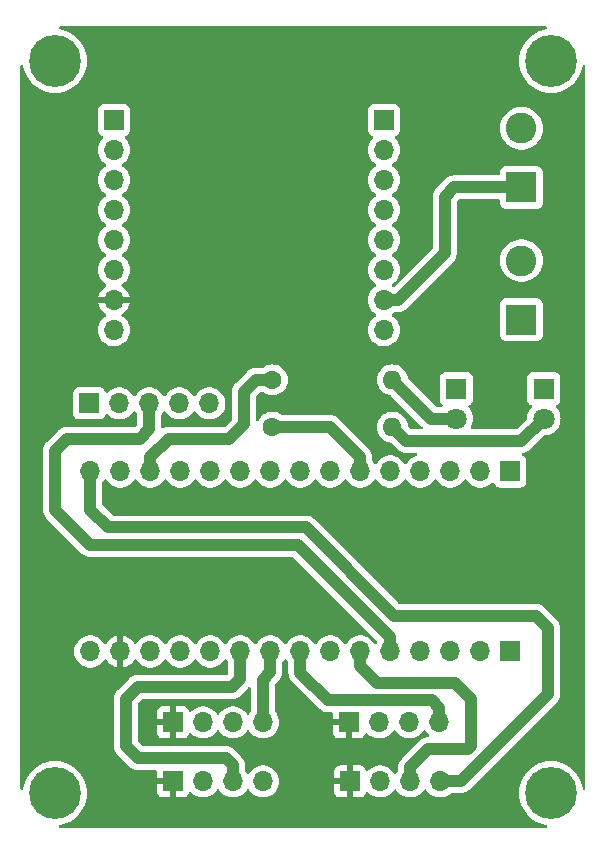
<source format=gbr>
%TF.GenerationSoftware,KiCad,Pcbnew,7.0.7-7.0.7~ubuntu20.04.1*%
%TF.CreationDate,2023-09-11T10:36:44-04:00*%
%TF.ProjectId,board_pf_cese,626f6172-645f-4706-965f-636573652e6b,rev?*%
%TF.SameCoordinates,Original*%
%TF.FileFunction,Copper,L1,Top*%
%TF.FilePolarity,Positive*%
%FSLAX46Y46*%
G04 Gerber Fmt 4.6, Leading zero omitted, Abs format (unit mm)*
G04 Created by KiCad (PCBNEW 7.0.7-7.0.7~ubuntu20.04.1) date 2023-09-11 10:36:44*
%MOMM*%
%LPD*%
G01*
G04 APERTURE LIST*
%TA.AperFunction,ComponentPad*%
%ADD10C,4.400000*%
%TD*%
%TA.AperFunction,ComponentPad*%
%ADD11R,1.700000X1.700000*%
%TD*%
%TA.AperFunction,ComponentPad*%
%ADD12O,1.700000X1.700000*%
%TD*%
%TA.AperFunction,ComponentPad*%
%ADD13C,1.600000*%
%TD*%
%TA.AperFunction,ComponentPad*%
%ADD14O,1.600000X1.600000*%
%TD*%
%TA.AperFunction,ComponentPad*%
%ADD15R,2.600000X2.600000*%
%TD*%
%TA.AperFunction,ComponentPad*%
%ADD16C,2.600000*%
%TD*%
%TA.AperFunction,ComponentPad*%
%ADD17R,1.800000X1.800000*%
%TD*%
%TA.AperFunction,ComponentPad*%
%ADD18C,1.800000*%
%TD*%
%TA.AperFunction,Conductor*%
%ADD19C,1.000000*%
%TD*%
G04 APERTURE END LIST*
D10*
%TO.P,REF\u002A\u002A,1*%
%TO.N,N/C*%
X146000000Y-128000000D03*
%TD*%
D11*
%TO.P,J5,1,Pin_1*%
%TO.N,+3.3V*%
X129000000Y-127000000D03*
D12*
%TO.P,J5,2,Pin_2*%
%TO.N,GND*%
X131540000Y-127000000D03*
%TO.P,J5,3,Pin_3*%
%TO.N,/SCL*%
X134080000Y-127000000D03*
%TO.P,J5,4,Pin_4*%
%TO.N,/SDA*%
X136620000Y-127000000D03*
%TD*%
D11*
%TO.P,J8,1,Pin_1*%
%TO.N,unconnected-(J8-Pin_1-Pad1)*%
X109000000Y-71000000D03*
D12*
%TO.P,J8,2,Pin_2*%
%TO.N,/OR*%
X109000000Y-73540000D03*
%TO.P,J8,3,Pin_3*%
%TO.N,unconnected-(J8-Pin_3-Pad3)*%
X109000000Y-76080000D03*
%TO.P,J8,4,Pin_4*%
%TO.N,unconnected-(J8-Pin_4-Pad4)*%
X109000000Y-78620000D03*
%TO.P,J8,5,Pin_5*%
%TO.N,unconnected-(J8-Pin_5-Pad5)*%
X109000000Y-81160000D03*
%TO.P,J8,6,Pin_6*%
%TO.N,unconnected-(J8-Pin_6-Pad6)*%
X109000000Y-83700000D03*
%TO.P,J8,7,Pin_7*%
%TO.N,+3.3V*%
X109000000Y-86240000D03*
%TO.P,J8,8,Pin_8*%
%TO.N,GND*%
X109000000Y-88780000D03*
%TD*%
D10*
%TO.P,REF\u002A\u002A,1*%
%TO.N,N/C*%
X104000000Y-66000000D03*
%TD*%
D13*
%TO.P,R1,1*%
%TO.N,/SO*%
X122420000Y-97000000D03*
D14*
%TO.P,R1,2*%
%TO.N,Net-(D1-A)*%
X132580000Y-97000000D03*
%TD*%
D15*
%TO.P,J1,1,Pin_1*%
%TO.N,+5V*%
X143500000Y-76700000D03*
D16*
%TO.P,J1,2,Pin_2*%
%TO.N,GND*%
X143500000Y-71700000D03*
%TD*%
D17*
%TO.P,D2,1,K*%
%TO.N,GND*%
X138000000Y-93750000D03*
D18*
%TO.P,D2,2,A*%
%TO.N,Net-(D2-A)*%
X138000000Y-96290000D03*
%TD*%
D11*
%TO.P,J7,1,Pin_1*%
%TO.N,/M_RX*%
X142560000Y-100760000D03*
D12*
%TO.P,J7,2,Pin_2*%
%TO.N,/M_TX*%
X140020000Y-100760000D03*
%TO.P,J7,3,Pin_3*%
%TO.N,unconnected-(J7-Pin_3-Pad3)*%
X137480000Y-100760000D03*
%TO.P,J7,4,Pin_4*%
%TO.N,GND*%
X134940000Y-100760000D03*
%TO.P,J7,5,Pin_5*%
%TO.N,/OR*%
X132400000Y-100760000D03*
%TO.P,J7,6,Pin_6*%
%TO.N,/SO*%
X129860000Y-100760000D03*
%TO.P,J7,7,Pin_7*%
%TO.N,unconnected-(J7-Pin_7-Pad7)*%
X127320000Y-100760000D03*
%TO.P,J7,8,Pin_8*%
%TO.N,unconnected-(J7-Pin_8-Pad8)*%
X124780000Y-100760000D03*
%TO.P,J7,9,Pin_9*%
%TO.N,unconnected-(J7-Pin_9-Pad9)*%
X122240000Y-100760000D03*
%TO.P,J7,10,Pin_10*%
%TO.N,unconnected-(J7-Pin_10-Pad10)*%
X119700000Y-100760000D03*
%TO.P,J7,11,Pin_11*%
%TO.N,unconnected-(J7-Pin_11-Pad11)*%
X117160000Y-100760000D03*
%TO.P,J7,12,Pin_12*%
%TO.N,unconnected-(J7-Pin_12-Pad12)*%
X114620000Y-100760000D03*
%TO.P,J7,13,Pin_13*%
%TO.N,/SE*%
X112080000Y-100760000D03*
%TO.P,J7,14,Pin_14*%
%TO.N,unconnected-(J7-Pin_14-Pad14)*%
X109540000Y-100760000D03*
%TO.P,J7,15,Pin_15*%
%TO.N,/SDA*%
X107000000Y-100760000D03*
%TD*%
D10*
%TO.P,REF\u002A\u002A,1*%
%TO.N,N/C*%
X104000000Y-128000000D03*
%TD*%
%TO.P,REF\u002A\u002A,1*%
%TO.N,N/C*%
X146000000Y-66000000D03*
%TD*%
D11*
%TO.P,J3,1,Pin_1*%
%TO.N,+3.3V*%
X128920000Y-122000000D03*
D12*
%TO.P,J3,2,Pin_2*%
%TO.N,GND*%
X131460000Y-122000000D03*
%TO.P,J3,3,Pin_3*%
%TO.N,unconnected-(J3-Pin_3-Pad3)*%
X134000000Y-122000000D03*
%TO.P,J3,4,Pin_4*%
%TO.N,Net-(J3-Pin_4)*%
X136540000Y-122000000D03*
%TD*%
D13*
%TO.P,R2,1*%
%TO.N,/SE*%
X122420000Y-93000000D03*
D14*
%TO.P,R2,2*%
%TO.N,Net-(D2-A)*%
X132580000Y-93000000D03*
%TD*%
D11*
%TO.P,J9,1,Pin_1*%
%TO.N,unconnected-(J9-Pin_1-Pad1)*%
X131860000Y-71000000D03*
D12*
%TO.P,J9,2,Pin_2*%
%TO.N,unconnected-(J9-Pin_2-Pad2)*%
X131860000Y-73540000D03*
%TO.P,J9,3,Pin_3*%
%TO.N,/M_TX*%
X131860000Y-76080000D03*
%TO.P,J9,4,Pin_4*%
%TO.N,/M_RX*%
X131860000Y-78620000D03*
%TO.P,J9,5,Pin_5*%
%TO.N,unconnected-(J9-Pin_5-Pad5)*%
X131860000Y-81160000D03*
%TO.P,J9,6,Pin_6*%
%TO.N,unconnected-(J9-Pin_6-Pad6)*%
X131860000Y-83700000D03*
%TO.P,J9,7,Pin_7*%
%TO.N,+5V*%
X131860000Y-86240000D03*
%TO.P,J9,8,Pin_8*%
%TO.N,GND*%
X131860000Y-88780000D03*
%TD*%
D11*
%TO.P,J2,1,Pin_1*%
%TO.N,+3.3V*%
X114000000Y-122000000D03*
D12*
%TO.P,J2,2,Pin_2*%
%TO.N,GND*%
X116540000Y-122000000D03*
%TO.P,J2,3,Pin_3*%
%TO.N,unconnected-(J2-Pin_3-Pad3)*%
X119080000Y-122000000D03*
%TO.P,J2,4,Pin_4*%
%TO.N,Net-(J2-Pin_4)*%
X121620000Y-122000000D03*
%TD*%
D15*
%TO.P,J10,1,Pin_1*%
%TO.N,+12V*%
X143500000Y-87900000D03*
D16*
%TO.P,J10,2,Pin_2*%
%TO.N,GND*%
X143500000Y-82900000D03*
%TD*%
D17*
%TO.P,D1,1,K*%
%TO.N,GND*%
X145400000Y-93750000D03*
D18*
%TO.P,D1,2,A*%
%TO.N,Net-(D1-A)*%
X145400000Y-96290000D03*
%TD*%
D11*
%TO.P,J4,1,Pin_1*%
%TO.N,+3.3V*%
X114000000Y-127000000D03*
D12*
%TO.P,J4,2,Pin_2*%
%TO.N,GND*%
X116540000Y-127000000D03*
%TO.P,J4,3,Pin_3*%
%TO.N,Net-(J4-Pin_3)*%
X119080000Y-127000000D03*
%TO.P,J4,4,Pin_4*%
%TO.N,unconnected-(J4-Pin_4-Pad4)*%
X121620000Y-127000000D03*
%TD*%
D11*
%TO.P,J11,1,Pin_1*%
%TO.N,unconnected-(J11-Pin_1-Pad1)*%
X106920000Y-95000000D03*
D12*
%TO.P,J11,2,Pin_2*%
%TO.N,GND*%
X109460000Y-95000000D03*
%TO.P,J11,3,Pin_3*%
%TO.N,/UART2_TX*%
X112000000Y-95000000D03*
%TO.P,J11,4,Pin_4*%
%TO.N,unconnected-(J11-Pin_4-Pad4)*%
X114540000Y-95000000D03*
%TO.P,J11,5,Pin_5*%
%TO.N,unconnected-(J11-Pin_5-Pad5)*%
X117080000Y-95000000D03*
%TD*%
D11*
%TO.P,J6,1,Pin_1*%
%TO.N,+12V*%
X142560000Y-116000000D03*
D12*
%TO.P,J6,2,Pin_2*%
%TO.N,GND*%
X140020000Y-116000000D03*
%TO.P,J6,3,Pin_3*%
%TO.N,unconnected-(J6-Pin_3-Pad3)*%
X137480000Y-116000000D03*
%TO.P,J6,4,Pin_4*%
%TO.N,unconnected-(J6-Pin_4-Pad4)*%
X134940000Y-116000000D03*
%TO.P,J6,5,Pin_5*%
%TO.N,/UART2_TX*%
X132400000Y-116000000D03*
%TO.P,J6,6,Pin_6*%
%TO.N,/SCL*%
X129860000Y-116000000D03*
%TO.P,J6,7,Pin_7*%
%TO.N,unconnected-(J6-Pin_7-Pad7)*%
X127320000Y-116000000D03*
%TO.P,J6,8,Pin_8*%
%TO.N,Net-(J3-Pin_4)*%
X124780000Y-116000000D03*
%TO.P,J6,9,Pin_9*%
%TO.N,Net-(J2-Pin_4)*%
X122240000Y-116000000D03*
%TO.P,J6,10,Pin_10*%
%TO.N,Net-(J4-Pin_3)*%
X119700000Y-116000000D03*
%TO.P,J6,11,Pin_11*%
%TO.N,unconnected-(J6-Pin_11-Pad11)*%
X117160000Y-116000000D03*
%TO.P,J6,12,Pin_12*%
%TO.N,unconnected-(J6-Pin_12-Pad12)*%
X114620000Y-116000000D03*
%TO.P,J6,13,Pin_13*%
%TO.N,unconnected-(J6-Pin_13-Pad13)*%
X112080000Y-116000000D03*
%TO.P,J6,14,Pin_14*%
%TO.N,+3.3V*%
X109540000Y-116000000D03*
%TO.P,J6,15,Pin_15*%
%TO.N,unconnected-(J6-Pin_15-Pad15)*%
X107000000Y-116000000D03*
%TD*%
D19*
%TO.N,Net-(D1-A)*%
X133770000Y-98190000D02*
X143500000Y-98190000D01*
X132580000Y-97000000D02*
X133770000Y-98190000D01*
X143500000Y-98190000D02*
X145400000Y-96290000D01*
%TO.N,Net-(D2-A)*%
X138000000Y-96290000D02*
X135870000Y-96290000D01*
X135870000Y-96290000D02*
X132580000Y-93000000D01*
%TO.N,Net-(J3-Pin_4)*%
X136540000Y-120797919D02*
X135892081Y-120150000D01*
X127150000Y-120150000D02*
X124780000Y-117780000D01*
X136540000Y-122000000D02*
X136540000Y-120797919D01*
X124780000Y-117780000D02*
X124780000Y-116000000D01*
X135892081Y-120150000D02*
X127150000Y-120150000D01*
%TO.N,Net-(J4-Pin_3)*%
X119080000Y-125623704D02*
X118456296Y-125000000D01*
X111000000Y-125000000D02*
X110000000Y-124000000D01*
X119700000Y-118300000D02*
X119700000Y-116000000D01*
X111000000Y-119000000D02*
X119000000Y-119000000D01*
X119000000Y-119000000D02*
X119700000Y-118300000D01*
X110000000Y-124000000D02*
X110000000Y-120000000D01*
X110000000Y-120000000D02*
X111000000Y-119000000D01*
X119080000Y-127000000D02*
X119080000Y-125623704D01*
X118456296Y-125000000D02*
X111000000Y-125000000D01*
%TO.N,/SCL*%
X135627919Y-124250000D02*
X134080000Y-125797919D01*
X129860000Y-116000000D02*
X129860000Y-117202081D01*
X137900000Y-118650000D02*
X139250000Y-120000000D01*
X131307919Y-118650000D02*
X137900000Y-118650000D01*
X139250000Y-124000000D02*
X139000000Y-124250000D01*
X134080000Y-125797919D02*
X134080000Y-127000000D01*
X139000000Y-124250000D02*
X135627919Y-124250000D01*
X129860000Y-117202081D02*
X131307919Y-118650000D01*
X139250000Y-120000000D02*
X139250000Y-124000000D01*
%TO.N,/SDA*%
X144750000Y-113000000D02*
X145750000Y-114000000D01*
X108500000Y-105500000D02*
X125250000Y-105500000D01*
X107000000Y-104000000D02*
X108500000Y-105500000D01*
X107000000Y-100760000D02*
X107000000Y-104000000D01*
X145750000Y-119621320D02*
X138371320Y-127000000D01*
X145750000Y-114000000D02*
X145750000Y-119621320D01*
X132750000Y-113000000D02*
X144750000Y-113000000D01*
X125250000Y-105500000D02*
X132750000Y-113000000D01*
X138371320Y-127000000D02*
X136620000Y-127000000D01*
%TO.N,+5V*%
X131860000Y-86240000D02*
X133062081Y-86240000D01*
X137000000Y-77500000D02*
X137800000Y-76700000D01*
X137800000Y-76700000D02*
X143500000Y-76700000D01*
X137000000Y-82302081D02*
X137000000Y-77500000D01*
X133062081Y-86240000D02*
X137000000Y-82302081D01*
%TO.N,/UART2_TX*%
X107000000Y-107000000D02*
X104000000Y-104000000D01*
X112000000Y-97202081D02*
X112000000Y-95000000D01*
X132400000Y-116000000D02*
X132400000Y-114797919D01*
X124602081Y-107000000D02*
X117500000Y-107000000D01*
X117500000Y-107000000D02*
X107000000Y-107000000D01*
X111202081Y-98000000D02*
X112000000Y-97202081D01*
X104000000Y-99000000D02*
X105000000Y-98000000D01*
X105000000Y-98000000D02*
X111202081Y-98000000D01*
X104000000Y-104000000D02*
X104000000Y-99000000D01*
X132400000Y-114797919D02*
X124602081Y-107000000D01*
%TO.N,Net-(J2-Pin_4)*%
X121620000Y-118380000D02*
X122240000Y-117760000D01*
X121620000Y-122000000D02*
X121620000Y-118380000D01*
X122240000Y-117760000D02*
X122240000Y-116000000D01*
%TO.N,/SO*%
X122420000Y-97000000D02*
X127302081Y-97000000D01*
X129860000Y-99557919D02*
X129860000Y-100760000D01*
X127302081Y-97000000D02*
X129860000Y-99557919D01*
%TO.N,/SE*%
X118750000Y-98000000D02*
X120000000Y-96750000D01*
X112080000Y-99557919D02*
X113637919Y-98000000D01*
X121000000Y-93000000D02*
X122420000Y-93000000D01*
X120000000Y-96750000D02*
X120000000Y-94000000D01*
X113637919Y-98000000D02*
X118750000Y-98000000D01*
X120000000Y-94000000D02*
X121000000Y-93000000D01*
X112080000Y-100760000D02*
X112080000Y-99557919D01*
%TD*%
%TA.AperFunction,Conductor*%
%TO.N,+3.3V*%
G36*
X145635026Y-63095185D02*
G01*
X145680781Y-63147989D01*
X145690725Y-63217147D01*
X145661700Y-63280703D01*
X145602922Y-63318477D01*
X145590349Y-63321466D01*
X145350629Y-63365397D01*
X145350626Y-63365397D01*
X145350620Y-63365399D01*
X145037815Y-63462872D01*
X145037799Y-63462878D01*
X145037797Y-63462879D01*
X144994221Y-63482491D01*
X144738995Y-63597358D01*
X144458584Y-63766873D01*
X144200645Y-63968955D01*
X143968955Y-64200645D01*
X143766873Y-64458584D01*
X143597358Y-64738995D01*
X143462878Y-65037800D01*
X143462872Y-65037815D01*
X143365399Y-65350620D01*
X143306332Y-65672935D01*
X143286549Y-66000000D01*
X143306332Y-66327064D01*
X143306332Y-66327069D01*
X143306333Y-66327070D01*
X143365397Y-66649371D01*
X143365398Y-66649375D01*
X143365399Y-66649379D01*
X143462872Y-66962184D01*
X143462876Y-66962196D01*
X143462879Y-66962203D01*
X143597358Y-67261003D01*
X143597358Y-67261004D01*
X143766873Y-67541415D01*
X143968955Y-67799354D01*
X144200645Y-68031044D01*
X144200649Y-68031047D01*
X144458584Y-68233126D01*
X144738996Y-68402642D01*
X145037797Y-68537121D01*
X145037810Y-68537125D01*
X145037815Y-68537127D01*
X145246351Y-68602108D01*
X145350629Y-68634603D01*
X145672930Y-68693667D01*
X146000000Y-68713451D01*
X146327070Y-68693667D01*
X146649371Y-68634603D01*
X146962203Y-68537121D01*
X147261004Y-68402642D01*
X147541416Y-68233126D01*
X147799351Y-68031047D01*
X148031047Y-67799351D01*
X148233126Y-67541416D01*
X148402642Y-67261004D01*
X148537121Y-66962203D01*
X148634603Y-66649371D01*
X148678531Y-66409659D01*
X148709978Y-66347268D01*
X148770164Y-66311781D01*
X148839982Y-66314467D01*
X148897265Y-66354472D01*
X148923825Y-66419097D01*
X148924500Y-66432013D01*
X148924500Y-127567986D01*
X148904815Y-127635025D01*
X148852011Y-127680780D01*
X148782853Y-127690724D01*
X148719297Y-127661699D01*
X148681523Y-127602921D01*
X148678531Y-127590338D01*
X148674435Y-127567986D01*
X148634603Y-127350629D01*
X148553721Y-127091067D01*
X148537127Y-127037815D01*
X148537125Y-127037810D01*
X148537121Y-127037797D01*
X148402642Y-126738996D01*
X148233126Y-126458584D01*
X148031047Y-126200649D01*
X148031044Y-126200645D01*
X147799354Y-125968955D01*
X147541415Y-125766873D01*
X147261004Y-125597358D01*
X147261003Y-125597358D01*
X146962203Y-125462879D01*
X146962196Y-125462876D01*
X146962184Y-125462872D01*
X146649379Y-125365399D01*
X146649375Y-125365398D01*
X146649371Y-125365397D01*
X146327070Y-125306333D01*
X146327069Y-125306332D01*
X146327064Y-125306332D01*
X146000000Y-125286549D01*
X145672935Y-125306332D01*
X145672929Y-125306333D01*
X145672930Y-125306333D01*
X145350629Y-125365397D01*
X145350626Y-125365397D01*
X145350620Y-125365399D01*
X145037815Y-125462872D01*
X145037799Y-125462878D01*
X145037797Y-125462879D01*
X145021573Y-125470181D01*
X144738995Y-125597358D01*
X144458584Y-125766873D01*
X144200645Y-125968955D01*
X143968955Y-126200645D01*
X143766873Y-126458584D01*
X143597358Y-126738995D01*
X143462878Y-127037800D01*
X143462872Y-127037815D01*
X143365399Y-127350620D01*
X143306332Y-127672935D01*
X143286549Y-128000000D01*
X143306332Y-128327064D01*
X143306332Y-128327069D01*
X143306333Y-128327070D01*
X143365397Y-128649371D01*
X143365398Y-128649375D01*
X143365399Y-128649379D01*
X143462872Y-128962184D01*
X143462876Y-128962196D01*
X143462879Y-128962203D01*
X143597358Y-129261003D01*
X143597358Y-129261004D01*
X143766873Y-129541415D01*
X143968955Y-129799354D01*
X144200645Y-130031044D01*
X144200649Y-130031047D01*
X144458584Y-130233126D01*
X144738996Y-130402642D01*
X145037797Y-130537121D01*
X145037810Y-130537125D01*
X145037815Y-130537127D01*
X145246351Y-130602108D01*
X145350629Y-130634603D01*
X145590340Y-130678531D01*
X145652732Y-130709978D01*
X145688219Y-130770164D01*
X145685533Y-130839982D01*
X145645528Y-130897265D01*
X145580903Y-130923825D01*
X145567987Y-130924500D01*
X104432013Y-130924500D01*
X104364974Y-130904815D01*
X104319219Y-130852011D01*
X104309275Y-130782853D01*
X104338300Y-130719297D01*
X104397078Y-130681523D01*
X104409650Y-130678533D01*
X104649371Y-130634603D01*
X104962203Y-130537121D01*
X105261004Y-130402642D01*
X105541416Y-130233126D01*
X105799351Y-130031047D01*
X106031047Y-129799351D01*
X106233126Y-129541416D01*
X106402642Y-129261004D01*
X106537121Y-128962203D01*
X106634603Y-128649371D01*
X106693667Y-128327070D01*
X106713451Y-128000000D01*
X106693667Y-127672930D01*
X106634603Y-127350629D01*
X106553721Y-127091067D01*
X106537127Y-127037815D01*
X106537125Y-127037810D01*
X106537121Y-127037797D01*
X106402642Y-126738996D01*
X106233126Y-126458584D01*
X106031047Y-126200649D01*
X106031044Y-126200645D01*
X105799354Y-125968955D01*
X105541415Y-125766873D01*
X105261004Y-125597358D01*
X104962203Y-125462879D01*
X104962196Y-125462876D01*
X104962184Y-125462872D01*
X104649379Y-125365399D01*
X104649375Y-125365398D01*
X104649371Y-125365397D01*
X104327070Y-125306333D01*
X104327069Y-125306332D01*
X104327064Y-125306332D01*
X104000000Y-125286549D01*
X103672935Y-125306332D01*
X103672929Y-125306333D01*
X103672930Y-125306333D01*
X103350629Y-125365397D01*
X103350626Y-125365397D01*
X103350620Y-125365399D01*
X103037815Y-125462872D01*
X103037799Y-125462878D01*
X103037797Y-125462879D01*
X103021573Y-125470181D01*
X102738995Y-125597358D01*
X102458584Y-125766873D01*
X102200645Y-125968955D01*
X101968955Y-126200645D01*
X101766873Y-126458584D01*
X101597358Y-126738995D01*
X101462878Y-127037800D01*
X101462872Y-127037815D01*
X101365399Y-127350620D01*
X101365397Y-127350626D01*
X101365397Y-127350629D01*
X101339937Y-127489563D01*
X101321469Y-127590338D01*
X101290022Y-127652731D01*
X101229836Y-127688218D01*
X101160018Y-127685532D01*
X101102735Y-127645527D01*
X101076175Y-127580902D01*
X101075500Y-127567986D01*
X101075500Y-103999999D01*
X102986620Y-103999999D01*
X103006091Y-104197703D01*
X103063759Y-104387805D01*
X103157401Y-104562998D01*
X103157405Y-104563004D01*
X103283430Y-104716567D01*
X103319566Y-104746222D01*
X103324067Y-104750301D01*
X106249696Y-107675930D01*
X106253776Y-107680432D01*
X106283432Y-107716568D01*
X106436994Y-107842594D01*
X106437001Y-107842598D01*
X106612194Y-107936240D01*
X106612196Y-107936241D01*
X106633004Y-107942553D01*
X106669864Y-107953735D01*
X106787153Y-107989314D01*
X106802300Y-107993909D01*
X107000000Y-108013380D01*
X107033482Y-108010082D01*
X107046518Y-108008799D01*
X107052598Y-108008500D01*
X117450453Y-108008500D01*
X124132985Y-108008500D01*
X124200024Y-108028185D01*
X124220666Y-108044819D01*
X131258726Y-115082879D01*
X131292211Y-115144202D01*
X131287227Y-115213894D01*
X131274853Y-115238383D01*
X131233807Y-115301207D01*
X131180660Y-115346563D01*
X131111429Y-115355986D01*
X131048093Y-115326483D01*
X131026191Y-115301206D01*
X130935722Y-115162732D01*
X130935717Y-115162727D01*
X130935715Y-115162723D01*
X130783243Y-114997097D01*
X130783238Y-114997092D01*
X130605577Y-114858812D01*
X130605572Y-114858808D01*
X130407580Y-114751661D01*
X130407577Y-114751659D01*
X130407574Y-114751658D01*
X130407571Y-114751657D01*
X130407569Y-114751656D01*
X130194637Y-114678556D01*
X129972569Y-114641500D01*
X129747431Y-114641500D01*
X129525362Y-114678556D01*
X129312430Y-114751656D01*
X129312419Y-114751661D01*
X129114427Y-114858808D01*
X129114422Y-114858812D01*
X128936761Y-114997092D01*
X128936756Y-114997097D01*
X128784284Y-115162723D01*
X128784276Y-115162734D01*
X128693808Y-115301206D01*
X128640662Y-115346562D01*
X128571431Y-115355986D01*
X128508095Y-115326484D01*
X128486192Y-115301206D01*
X128395723Y-115162734D01*
X128395715Y-115162723D01*
X128243243Y-114997097D01*
X128243238Y-114997092D01*
X128065577Y-114858812D01*
X128065572Y-114858808D01*
X127867580Y-114751661D01*
X127867577Y-114751659D01*
X127867574Y-114751658D01*
X127867571Y-114751657D01*
X127867569Y-114751656D01*
X127654637Y-114678556D01*
X127432569Y-114641500D01*
X127207431Y-114641500D01*
X126985362Y-114678556D01*
X126772430Y-114751656D01*
X126772419Y-114751661D01*
X126574427Y-114858808D01*
X126574422Y-114858812D01*
X126396761Y-114997092D01*
X126396756Y-114997097D01*
X126244284Y-115162723D01*
X126244276Y-115162734D01*
X126153808Y-115301206D01*
X126100662Y-115346562D01*
X126031431Y-115355986D01*
X125968095Y-115326484D01*
X125946192Y-115301206D01*
X125855723Y-115162734D01*
X125855715Y-115162723D01*
X125703243Y-114997097D01*
X125703238Y-114997092D01*
X125525577Y-114858812D01*
X125525572Y-114858808D01*
X125327580Y-114751661D01*
X125327577Y-114751659D01*
X125327574Y-114751658D01*
X125327571Y-114751657D01*
X125327569Y-114751656D01*
X125114637Y-114678556D01*
X124892569Y-114641500D01*
X124667431Y-114641500D01*
X124445362Y-114678556D01*
X124232430Y-114751656D01*
X124232419Y-114751661D01*
X124034427Y-114858808D01*
X124034422Y-114858812D01*
X123856761Y-114997092D01*
X123856756Y-114997097D01*
X123704284Y-115162723D01*
X123704276Y-115162734D01*
X123613807Y-115301206D01*
X123560660Y-115346563D01*
X123491429Y-115355986D01*
X123428093Y-115326483D01*
X123406191Y-115301206D01*
X123315722Y-115162732D01*
X123315717Y-115162727D01*
X123315715Y-115162723D01*
X123163243Y-114997097D01*
X123163238Y-114997092D01*
X122985577Y-114858812D01*
X122985572Y-114858808D01*
X122787580Y-114751661D01*
X122787577Y-114751659D01*
X122787574Y-114751658D01*
X122787571Y-114751657D01*
X122787569Y-114751656D01*
X122574637Y-114678556D01*
X122352569Y-114641500D01*
X122127431Y-114641500D01*
X121905362Y-114678556D01*
X121692430Y-114751656D01*
X121692419Y-114751661D01*
X121494427Y-114858808D01*
X121494422Y-114858812D01*
X121316761Y-114997092D01*
X121316756Y-114997097D01*
X121164284Y-115162723D01*
X121164276Y-115162734D01*
X121073808Y-115301206D01*
X121020662Y-115346562D01*
X120951431Y-115355986D01*
X120888095Y-115326484D01*
X120866192Y-115301206D01*
X120775723Y-115162734D01*
X120775715Y-115162723D01*
X120623243Y-114997097D01*
X120623238Y-114997092D01*
X120445577Y-114858812D01*
X120445572Y-114858808D01*
X120247580Y-114751661D01*
X120247577Y-114751659D01*
X120247574Y-114751658D01*
X120247571Y-114751657D01*
X120247569Y-114751656D01*
X120034637Y-114678556D01*
X119812569Y-114641500D01*
X119587431Y-114641500D01*
X119365362Y-114678556D01*
X119152430Y-114751656D01*
X119152419Y-114751661D01*
X118954427Y-114858808D01*
X118954422Y-114858812D01*
X118776761Y-114997092D01*
X118776756Y-114997097D01*
X118624284Y-115162723D01*
X118624276Y-115162734D01*
X118533808Y-115301206D01*
X118480662Y-115346562D01*
X118411431Y-115355986D01*
X118348095Y-115326484D01*
X118326192Y-115301206D01*
X118235723Y-115162734D01*
X118235715Y-115162723D01*
X118083243Y-114997097D01*
X118083238Y-114997092D01*
X117905577Y-114858812D01*
X117905572Y-114858808D01*
X117707580Y-114751661D01*
X117707577Y-114751659D01*
X117707574Y-114751658D01*
X117707571Y-114751657D01*
X117707569Y-114751656D01*
X117494637Y-114678556D01*
X117272569Y-114641500D01*
X117047431Y-114641500D01*
X116825362Y-114678556D01*
X116612430Y-114751656D01*
X116612419Y-114751661D01*
X116414427Y-114858808D01*
X116414422Y-114858812D01*
X116236761Y-114997092D01*
X116236756Y-114997097D01*
X116084284Y-115162723D01*
X116084276Y-115162734D01*
X115993808Y-115301206D01*
X115940662Y-115346562D01*
X115871431Y-115355986D01*
X115808095Y-115326484D01*
X115786192Y-115301206D01*
X115695723Y-115162734D01*
X115695715Y-115162723D01*
X115543243Y-114997097D01*
X115543238Y-114997092D01*
X115365577Y-114858812D01*
X115365572Y-114858808D01*
X115167580Y-114751661D01*
X115167577Y-114751659D01*
X115167574Y-114751658D01*
X115167571Y-114751657D01*
X115167569Y-114751656D01*
X114954637Y-114678556D01*
X114732569Y-114641500D01*
X114507431Y-114641500D01*
X114285362Y-114678556D01*
X114072430Y-114751656D01*
X114072419Y-114751661D01*
X113874427Y-114858808D01*
X113874422Y-114858812D01*
X113696761Y-114997092D01*
X113696756Y-114997097D01*
X113544284Y-115162723D01*
X113544276Y-115162734D01*
X113453808Y-115301206D01*
X113400662Y-115346562D01*
X113331431Y-115355986D01*
X113268095Y-115326484D01*
X113246192Y-115301206D01*
X113155723Y-115162734D01*
X113155715Y-115162723D01*
X113003243Y-114997097D01*
X113003238Y-114997092D01*
X112825577Y-114858812D01*
X112825572Y-114858808D01*
X112627580Y-114751661D01*
X112627577Y-114751659D01*
X112627574Y-114751658D01*
X112627571Y-114751657D01*
X112627569Y-114751656D01*
X112414637Y-114678556D01*
X112192569Y-114641500D01*
X111967431Y-114641500D01*
X111745362Y-114678556D01*
X111532430Y-114751656D01*
X111532419Y-114751661D01*
X111334427Y-114858808D01*
X111334422Y-114858812D01*
X111156761Y-114997092D01*
X111156756Y-114997097D01*
X111004284Y-115162723D01*
X111004276Y-115162734D01*
X110910251Y-115306650D01*
X110857105Y-115352007D01*
X110787873Y-115361430D01*
X110724538Y-115331928D01*
X110704868Y-115309951D01*
X110578113Y-115128926D01*
X110578108Y-115128920D01*
X110411082Y-114961894D01*
X110217578Y-114826399D01*
X110003492Y-114726570D01*
X110003486Y-114726567D01*
X109790000Y-114669364D01*
X109790000Y-115387698D01*
X109770315Y-115454737D01*
X109717511Y-115500492D01*
X109648355Y-115510436D01*
X109575766Y-115500000D01*
X109575763Y-115500000D01*
X109504237Y-115500000D01*
X109504233Y-115500000D01*
X109431645Y-115510436D01*
X109362487Y-115500492D01*
X109309684Y-115454736D01*
X109290000Y-115387698D01*
X109290000Y-114669364D01*
X109289999Y-114669364D01*
X109076513Y-114726567D01*
X109076507Y-114726570D01*
X108862422Y-114826399D01*
X108862420Y-114826400D01*
X108668926Y-114961886D01*
X108668920Y-114961891D01*
X108501891Y-115128920D01*
X108501890Y-115128922D01*
X108375131Y-115309952D01*
X108320554Y-115353577D01*
X108251055Y-115360769D01*
X108188701Y-115329247D01*
X108169752Y-115306656D01*
X108075722Y-115162732D01*
X108075715Y-115162725D01*
X108075715Y-115162723D01*
X107923243Y-114997097D01*
X107923238Y-114997092D01*
X107745577Y-114858812D01*
X107745572Y-114858808D01*
X107547580Y-114751661D01*
X107547577Y-114751659D01*
X107547574Y-114751658D01*
X107547571Y-114751657D01*
X107547569Y-114751656D01*
X107334637Y-114678556D01*
X107112569Y-114641500D01*
X106887431Y-114641500D01*
X106665362Y-114678556D01*
X106452430Y-114751656D01*
X106452419Y-114751661D01*
X106254427Y-114858808D01*
X106254422Y-114858812D01*
X106076761Y-114997092D01*
X106076756Y-114997097D01*
X105924284Y-115162723D01*
X105924276Y-115162734D01*
X105801140Y-115351207D01*
X105710703Y-115557385D01*
X105655436Y-115775628D01*
X105655434Y-115775640D01*
X105636844Y-115999994D01*
X105636844Y-116000005D01*
X105655434Y-116224359D01*
X105655436Y-116224371D01*
X105710703Y-116442614D01*
X105801140Y-116648792D01*
X105924276Y-116837265D01*
X105924284Y-116837276D01*
X106050967Y-116974888D01*
X106076760Y-117002906D01*
X106254424Y-117141189D01*
X106254425Y-117141189D01*
X106254427Y-117141191D01*
X106366939Y-117202079D01*
X106452426Y-117248342D01*
X106665365Y-117321444D01*
X106887431Y-117358500D01*
X107112569Y-117358500D01*
X107334635Y-117321444D01*
X107547574Y-117248342D01*
X107745576Y-117141189D01*
X107923240Y-117002906D01*
X108044594Y-116871082D01*
X108075715Y-116837276D01*
X108075715Y-116837275D01*
X108075722Y-116837268D01*
X108169749Y-116693347D01*
X108222894Y-116647994D01*
X108292125Y-116638570D01*
X108355461Y-116668072D01*
X108375130Y-116690048D01*
X108501890Y-116871078D01*
X108668917Y-117038105D01*
X108862421Y-117173600D01*
X109076507Y-117273429D01*
X109076516Y-117273433D01*
X109290000Y-117330634D01*
X109290000Y-116612301D01*
X109309685Y-116545262D01*
X109362489Y-116499507D01*
X109431647Y-116489563D01*
X109504237Y-116500000D01*
X109504238Y-116500000D01*
X109575762Y-116500000D01*
X109575763Y-116500000D01*
X109648353Y-116489563D01*
X109717512Y-116499507D01*
X109770315Y-116545262D01*
X109790000Y-116612301D01*
X109790000Y-117330633D01*
X110003483Y-117273433D01*
X110003492Y-117273429D01*
X110217578Y-117173600D01*
X110411082Y-117038105D01*
X110578105Y-116871082D01*
X110704868Y-116690048D01*
X110759445Y-116646423D01*
X110828944Y-116639231D01*
X110891298Y-116670753D01*
X110910251Y-116693350D01*
X111004276Y-116837265D01*
X111004284Y-116837276D01*
X111130967Y-116974888D01*
X111156760Y-117002906D01*
X111334424Y-117141189D01*
X111334425Y-117141189D01*
X111334427Y-117141191D01*
X111446939Y-117202079D01*
X111532426Y-117248342D01*
X111745365Y-117321444D01*
X111967431Y-117358500D01*
X112192569Y-117358500D01*
X112414635Y-117321444D01*
X112627574Y-117248342D01*
X112825576Y-117141189D01*
X113003240Y-117002906D01*
X113124594Y-116871082D01*
X113155715Y-116837276D01*
X113155715Y-116837275D01*
X113155722Y-116837268D01*
X113246193Y-116698790D01*
X113299338Y-116653437D01*
X113368569Y-116644013D01*
X113431905Y-116673515D01*
X113453804Y-116698787D01*
X113544278Y-116837268D01*
X113544283Y-116837273D01*
X113544284Y-116837276D01*
X113670967Y-116974888D01*
X113696760Y-117002906D01*
X113874424Y-117141189D01*
X113874425Y-117141189D01*
X113874427Y-117141191D01*
X113986939Y-117202079D01*
X114072426Y-117248342D01*
X114285365Y-117321444D01*
X114507431Y-117358500D01*
X114732569Y-117358500D01*
X114954635Y-117321444D01*
X115167574Y-117248342D01*
X115365576Y-117141189D01*
X115543240Y-117002906D01*
X115664594Y-116871082D01*
X115695715Y-116837276D01*
X115695715Y-116837275D01*
X115695722Y-116837268D01*
X115786193Y-116698790D01*
X115839338Y-116653437D01*
X115908569Y-116644013D01*
X115971905Y-116673515D01*
X115993804Y-116698787D01*
X116084278Y-116837268D01*
X116084283Y-116837273D01*
X116084284Y-116837276D01*
X116210967Y-116974888D01*
X116236760Y-117002906D01*
X116414424Y-117141189D01*
X116414425Y-117141189D01*
X116414427Y-117141191D01*
X116526939Y-117202079D01*
X116612426Y-117248342D01*
X116825365Y-117321444D01*
X117047431Y-117358500D01*
X117272569Y-117358500D01*
X117494635Y-117321444D01*
X117707574Y-117248342D01*
X117905576Y-117141189D01*
X118083240Y-117002906D01*
X118204594Y-116871082D01*
X118235715Y-116837276D01*
X118235715Y-116837275D01*
X118235722Y-116837268D01*
X118326193Y-116698790D01*
X118379338Y-116653437D01*
X118448569Y-116644013D01*
X118511905Y-116673515D01*
X118533804Y-116698787D01*
X118624278Y-116837268D01*
X118658728Y-116874690D01*
X118689652Y-116937343D01*
X118691500Y-116958674D01*
X118691500Y-117830902D01*
X118671815Y-117897941D01*
X118655182Y-117918582D01*
X118618585Y-117955180D01*
X118557263Y-117988666D01*
X118530903Y-117991500D01*
X111052598Y-117991500D01*
X111046518Y-117991201D01*
X111000000Y-117986620D01*
X110802301Y-118006090D01*
X110612194Y-118063759D01*
X110530643Y-118107349D01*
X110436992Y-118157407D01*
X110283431Y-118283432D01*
X110253779Y-118319562D01*
X110249691Y-118324072D01*
X109324077Y-119249687D01*
X109319567Y-119253775D01*
X109283432Y-119283431D01*
X109157405Y-119436994D01*
X109138739Y-119471918D01*
X109063759Y-119612194D01*
X109006091Y-119802296D01*
X108986620Y-120000001D01*
X108986620Y-120000004D01*
X108991200Y-120046518D01*
X108991499Y-120052598D01*
X108991499Y-123947400D01*
X108991200Y-123953479D01*
X108986620Y-123999996D01*
X108986620Y-123999999D01*
X109006091Y-124197703D01*
X109063312Y-124386330D01*
X109063678Y-124387654D01*
X109157401Y-124562998D01*
X109157405Y-124563005D01*
X109283430Y-124716567D01*
X109319566Y-124746222D01*
X109324067Y-124750301D01*
X110036637Y-125462872D01*
X110249690Y-125675925D01*
X110253769Y-125680424D01*
X110275292Y-125706649D01*
X110283434Y-125716570D01*
X110436994Y-125842594D01*
X110436996Y-125842595D01*
X110530642Y-125892650D01*
X110612197Y-125936242D01*
X110802300Y-125993909D01*
X111000000Y-126013380D01*
X111033482Y-126010082D01*
X111046518Y-126008799D01*
X111052598Y-126008500D01*
X112526000Y-126008500D01*
X112593039Y-126028185D01*
X112638794Y-126080989D01*
X112650000Y-126132500D01*
X112650000Y-126750000D01*
X113386653Y-126750000D01*
X113453692Y-126769685D01*
X113499447Y-126822489D01*
X113509391Y-126891647D01*
X113505631Y-126908933D01*
X113500000Y-126928111D01*
X113500000Y-127071888D01*
X113505631Y-127091067D01*
X113505630Y-127160936D01*
X113467855Y-127219714D01*
X113404299Y-127248738D01*
X113386653Y-127250000D01*
X112650000Y-127250000D01*
X112650000Y-127897844D01*
X112656401Y-127957372D01*
X112656403Y-127957379D01*
X112706645Y-128092086D01*
X112706649Y-128092093D01*
X112792809Y-128207187D01*
X112792812Y-128207190D01*
X112907906Y-128293350D01*
X112907913Y-128293354D01*
X113042620Y-128343596D01*
X113042627Y-128343598D01*
X113102155Y-128349999D01*
X113102172Y-128350000D01*
X113750000Y-128350000D01*
X113750000Y-127612301D01*
X113769685Y-127545262D01*
X113822489Y-127499507D01*
X113891647Y-127489563D01*
X113964237Y-127500000D01*
X113964238Y-127500000D01*
X114035762Y-127500000D01*
X114035763Y-127500000D01*
X114108353Y-127489563D01*
X114177512Y-127499507D01*
X114230315Y-127545262D01*
X114250000Y-127612301D01*
X114250000Y-128350000D01*
X114897828Y-128350000D01*
X114897844Y-128349999D01*
X114957372Y-128343598D01*
X114957379Y-128343596D01*
X115092086Y-128293354D01*
X115092093Y-128293350D01*
X115207187Y-128207190D01*
X115207190Y-128207187D01*
X115293350Y-128092093D01*
X115293354Y-128092086D01*
X115339681Y-127967877D01*
X115381552Y-127911943D01*
X115447016Y-127887526D01*
X115515289Y-127902377D01*
X115547089Y-127927223D01*
X115616760Y-128002906D01*
X115794424Y-128141189D01*
X115794425Y-128141189D01*
X115794427Y-128141191D01*
X115916378Y-128207187D01*
X115992426Y-128248342D01*
X116205365Y-128321444D01*
X116427431Y-128358500D01*
X116652569Y-128358500D01*
X116874635Y-128321444D01*
X117087574Y-128248342D01*
X117285576Y-128141189D01*
X117463240Y-128002906D01*
X117615722Y-127837268D01*
X117706193Y-127698790D01*
X117759338Y-127653437D01*
X117828569Y-127644013D01*
X117891905Y-127673515D01*
X117913804Y-127698787D01*
X118004278Y-127837268D01*
X118004283Y-127837273D01*
X118004284Y-127837276D01*
X118156756Y-128002902D01*
X118156761Y-128002907D01*
X118170217Y-128013380D01*
X118334424Y-128141189D01*
X118334425Y-128141189D01*
X118334427Y-128141191D01*
X118456378Y-128207187D01*
X118532426Y-128248342D01*
X118745365Y-128321444D01*
X118967431Y-128358500D01*
X119192569Y-128358500D01*
X119414635Y-128321444D01*
X119627574Y-128248342D01*
X119825576Y-128141189D01*
X120003240Y-128002906D01*
X120155722Y-127837268D01*
X120246193Y-127698790D01*
X120299338Y-127653437D01*
X120368569Y-127644013D01*
X120431905Y-127673515D01*
X120453804Y-127698787D01*
X120544278Y-127837268D01*
X120544283Y-127837273D01*
X120544284Y-127837276D01*
X120696756Y-128002902D01*
X120696761Y-128002907D01*
X120710217Y-128013380D01*
X120874424Y-128141189D01*
X120874425Y-128141189D01*
X120874427Y-128141191D01*
X120996378Y-128207187D01*
X121072426Y-128248342D01*
X121285365Y-128321444D01*
X121507431Y-128358500D01*
X121732569Y-128358500D01*
X121954635Y-128321444D01*
X122167574Y-128248342D01*
X122365576Y-128141189D01*
X122543240Y-128002906D01*
X122695722Y-127837268D01*
X122818860Y-127648791D01*
X122909296Y-127442616D01*
X122964564Y-127224368D01*
X122965768Y-127209844D01*
X122983156Y-127000005D01*
X122983156Y-126999994D01*
X122964565Y-126775640D01*
X122964563Y-126775628D01*
X122909296Y-126557385D01*
X122888702Y-126510436D01*
X122818860Y-126351209D01*
X122802706Y-126326484D01*
X122720281Y-126200322D01*
X122695722Y-126162732D01*
X122695719Y-126162729D01*
X122695715Y-126162723D01*
X122543243Y-125997097D01*
X122543238Y-125997092D01*
X122409052Y-125892650D01*
X122365576Y-125858811D01*
X122365575Y-125858810D01*
X122365572Y-125858808D01*
X122167580Y-125751661D01*
X122167577Y-125751659D01*
X122167574Y-125751658D01*
X122167571Y-125751657D01*
X122167569Y-125751656D01*
X121954637Y-125678556D01*
X121732569Y-125641500D01*
X121507431Y-125641500D01*
X121285362Y-125678556D01*
X121072430Y-125751656D01*
X121072419Y-125751661D01*
X120874427Y-125858808D01*
X120874422Y-125858812D01*
X120696761Y-125997092D01*
X120696756Y-125997097D01*
X120544284Y-126162723D01*
X120544276Y-126162734D01*
X120453807Y-126301206D01*
X120400660Y-126346563D01*
X120331429Y-126355986D01*
X120268093Y-126326483D01*
X120246191Y-126301206D01*
X120155722Y-126162732D01*
X120121270Y-126125307D01*
X120090348Y-126062654D01*
X120088500Y-126041325D01*
X120088500Y-125676301D01*
X120088799Y-125670221D01*
X120093380Y-125623704D01*
X120073909Y-125426005D01*
X120024578Y-125263381D01*
X120020661Y-125250471D01*
X120016241Y-125235900D01*
X120015715Y-125234915D01*
X119922598Y-125060705D01*
X119922594Y-125060698D01*
X119796568Y-124907136D01*
X119760432Y-124877480D01*
X119755930Y-124873400D01*
X119206597Y-124324067D01*
X119202518Y-124319566D01*
X119172863Y-124283430D01*
X119019301Y-124157405D01*
X119019294Y-124157401D01*
X118844101Y-124063759D01*
X118653999Y-124006091D01*
X118522196Y-123993110D01*
X118456296Y-123986620D01*
X118456295Y-123986620D01*
X118409778Y-123991201D01*
X118403698Y-123991500D01*
X111469097Y-123991500D01*
X111402058Y-123971815D01*
X111381416Y-123955181D01*
X111044819Y-123618584D01*
X111011334Y-123557261D01*
X111008500Y-123530903D01*
X111008500Y-120469096D01*
X111028185Y-120402057D01*
X111044819Y-120381415D01*
X111381416Y-120044819D01*
X111442739Y-120011334D01*
X111469097Y-120008500D01*
X118947402Y-120008500D01*
X118953482Y-120008799D01*
X118967511Y-120010180D01*
X119000000Y-120013380D01*
X119197701Y-119993909D01*
X119387804Y-119936241D01*
X119387803Y-119936240D01*
X119409650Y-119929614D01*
X119409826Y-119929315D01*
X119436274Y-119910332D01*
X119563004Y-119842595D01*
X119716568Y-119716568D01*
X119746238Y-119680413D01*
X119750288Y-119675944D01*
X120375934Y-119050299D01*
X120380424Y-119046229D01*
X120399356Y-119030692D01*
X120408837Y-119022913D01*
X120473148Y-118995601D01*
X120542015Y-119007395D01*
X120593574Y-119054548D01*
X120611499Y-119118768D01*
X120611499Y-121041325D01*
X120591814Y-121108364D01*
X120578729Y-121125307D01*
X120544284Y-121162723D01*
X120544276Y-121162734D01*
X120453808Y-121301206D01*
X120400662Y-121346562D01*
X120331431Y-121355986D01*
X120268095Y-121326484D01*
X120246192Y-121301206D01*
X120156145Y-121163380D01*
X120155722Y-121162732D01*
X120155719Y-121162729D01*
X120155715Y-121162723D01*
X120003243Y-120997097D01*
X120003238Y-120997092D01*
X119825577Y-120858812D01*
X119825572Y-120858808D01*
X119627580Y-120751661D01*
X119627577Y-120751659D01*
X119627574Y-120751658D01*
X119627571Y-120751657D01*
X119627569Y-120751656D01*
X119414637Y-120678556D01*
X119192569Y-120641500D01*
X118967431Y-120641500D01*
X118745362Y-120678556D01*
X118532430Y-120751656D01*
X118532419Y-120751661D01*
X118334427Y-120858808D01*
X118334422Y-120858812D01*
X118156761Y-120997092D01*
X118156756Y-120997097D01*
X118004284Y-121162723D01*
X118004276Y-121162734D01*
X117913808Y-121301206D01*
X117860662Y-121346562D01*
X117791431Y-121355986D01*
X117728095Y-121326484D01*
X117706192Y-121301206D01*
X117616145Y-121163380D01*
X117615722Y-121162732D01*
X117615719Y-121162729D01*
X117615715Y-121162723D01*
X117463243Y-120997097D01*
X117463238Y-120997092D01*
X117285577Y-120858812D01*
X117285572Y-120858808D01*
X117087580Y-120751661D01*
X117087577Y-120751659D01*
X117087574Y-120751658D01*
X117087571Y-120751657D01*
X117087569Y-120751656D01*
X116874637Y-120678556D01*
X116652569Y-120641500D01*
X116427431Y-120641500D01*
X116205362Y-120678556D01*
X115992430Y-120751656D01*
X115992419Y-120751661D01*
X115794427Y-120858808D01*
X115794422Y-120858812D01*
X115616761Y-120997092D01*
X115547092Y-121072773D01*
X115487205Y-121108763D01*
X115417367Y-121106662D01*
X115359751Y-121067137D01*
X115339681Y-121032122D01*
X115293354Y-120907913D01*
X115293350Y-120907906D01*
X115207190Y-120792812D01*
X115207187Y-120792809D01*
X115092093Y-120706649D01*
X115092086Y-120706645D01*
X114957379Y-120656403D01*
X114957372Y-120656401D01*
X114897844Y-120650000D01*
X114250000Y-120650000D01*
X114250000Y-121387698D01*
X114230315Y-121454737D01*
X114177511Y-121500492D01*
X114108355Y-121510436D01*
X114035766Y-121500000D01*
X114035763Y-121500000D01*
X113964237Y-121500000D01*
X113964233Y-121500000D01*
X113891645Y-121510436D01*
X113822487Y-121500492D01*
X113769684Y-121454736D01*
X113750000Y-121387698D01*
X113750000Y-120650000D01*
X113102155Y-120650000D01*
X113042627Y-120656401D01*
X113042620Y-120656403D01*
X112907913Y-120706645D01*
X112907906Y-120706649D01*
X112792812Y-120792809D01*
X112792809Y-120792812D01*
X112706649Y-120907906D01*
X112706645Y-120907913D01*
X112656403Y-121042620D01*
X112656401Y-121042627D01*
X112650000Y-121102155D01*
X112650000Y-121750000D01*
X113386653Y-121750000D01*
X113453692Y-121769685D01*
X113499447Y-121822489D01*
X113509391Y-121891647D01*
X113505631Y-121908933D01*
X113500000Y-121928111D01*
X113500000Y-122071888D01*
X113505631Y-122091067D01*
X113505630Y-122160936D01*
X113467855Y-122219714D01*
X113404299Y-122248738D01*
X113386653Y-122250000D01*
X112650000Y-122250000D01*
X112650000Y-122897844D01*
X112656401Y-122957372D01*
X112656403Y-122957379D01*
X112706645Y-123092086D01*
X112706649Y-123092093D01*
X112792809Y-123207187D01*
X112792812Y-123207190D01*
X112907906Y-123293350D01*
X112907913Y-123293354D01*
X113042620Y-123343596D01*
X113042627Y-123343598D01*
X113102155Y-123349999D01*
X113102172Y-123350000D01*
X113750000Y-123350000D01*
X113750000Y-122612301D01*
X113769685Y-122545262D01*
X113822489Y-122499507D01*
X113891647Y-122489563D01*
X113964237Y-122500000D01*
X113964238Y-122500000D01*
X114035762Y-122500000D01*
X114035763Y-122500000D01*
X114108353Y-122489563D01*
X114177512Y-122499507D01*
X114230315Y-122545262D01*
X114250000Y-122612301D01*
X114250000Y-123350000D01*
X114897828Y-123350000D01*
X114897844Y-123349999D01*
X114957372Y-123343598D01*
X114957379Y-123343596D01*
X115092086Y-123293354D01*
X115092093Y-123293350D01*
X115207187Y-123207190D01*
X115207190Y-123207187D01*
X115293350Y-123092093D01*
X115293354Y-123092086D01*
X115339681Y-122967877D01*
X115381552Y-122911943D01*
X115447016Y-122887526D01*
X115515289Y-122902377D01*
X115547089Y-122927223D01*
X115616760Y-123002906D01*
X115794424Y-123141189D01*
X115794425Y-123141189D01*
X115794427Y-123141191D01*
X115874528Y-123184539D01*
X115992426Y-123248342D01*
X116205365Y-123321444D01*
X116427431Y-123358500D01*
X116652569Y-123358500D01*
X116874635Y-123321444D01*
X117087574Y-123248342D01*
X117285576Y-123141189D01*
X117463240Y-123002906D01*
X117615722Y-122837268D01*
X117706193Y-122698790D01*
X117759338Y-122653437D01*
X117828569Y-122644013D01*
X117891905Y-122673515D01*
X117913804Y-122698787D01*
X118004278Y-122837268D01*
X118004283Y-122837273D01*
X118004284Y-122837276D01*
X118156756Y-123002902D01*
X118156761Y-123002907D01*
X118179411Y-123020536D01*
X118334424Y-123141189D01*
X118334425Y-123141189D01*
X118334427Y-123141191D01*
X118414528Y-123184539D01*
X118532426Y-123248342D01*
X118745365Y-123321444D01*
X118967431Y-123358500D01*
X119192569Y-123358500D01*
X119414635Y-123321444D01*
X119627574Y-123248342D01*
X119825576Y-123141189D01*
X120003240Y-123002906D01*
X120155722Y-122837268D01*
X120246193Y-122698790D01*
X120299338Y-122653437D01*
X120368569Y-122644013D01*
X120431905Y-122673515D01*
X120453804Y-122698787D01*
X120544278Y-122837268D01*
X120544283Y-122837273D01*
X120544284Y-122837276D01*
X120696756Y-123002902D01*
X120696761Y-123002907D01*
X120719411Y-123020536D01*
X120874424Y-123141189D01*
X120874425Y-123141189D01*
X120874427Y-123141191D01*
X120954528Y-123184539D01*
X121072426Y-123248342D01*
X121285365Y-123321444D01*
X121507431Y-123358500D01*
X121732569Y-123358500D01*
X121954635Y-123321444D01*
X122167574Y-123248342D01*
X122365576Y-123141189D01*
X122543240Y-123002906D01*
X122695722Y-122837268D01*
X122818860Y-122648791D01*
X122909296Y-122442616D01*
X122964564Y-122224368D01*
X122965768Y-122209844D01*
X122983156Y-122000005D01*
X122983156Y-121999994D01*
X122964565Y-121775640D01*
X122964563Y-121775628D01*
X122909296Y-121557385D01*
X122888702Y-121510436D01*
X122818860Y-121351209D01*
X122802706Y-121326484D01*
X122696145Y-121163380D01*
X122695722Y-121162732D01*
X122661270Y-121125307D01*
X122630348Y-121062654D01*
X122628500Y-121041325D01*
X122628500Y-118849094D01*
X122648185Y-118782055D01*
X122664814Y-118761418D01*
X122915944Y-118510288D01*
X122920413Y-118506238D01*
X122956568Y-118476568D01*
X123082595Y-118323004D01*
X123176241Y-118147804D01*
X123233908Y-117957701D01*
X123248500Y-117809547D01*
X123253380Y-117760000D01*
X123248897Y-117714485D01*
X123248799Y-117713485D01*
X123248500Y-117707404D01*
X123248500Y-116958674D01*
X123268185Y-116891635D01*
X123281267Y-116874694D01*
X123315722Y-116837268D01*
X123406193Y-116698790D01*
X123459338Y-116653437D01*
X123528569Y-116644013D01*
X123591905Y-116673515D01*
X123613804Y-116698787D01*
X123704278Y-116837268D01*
X123704283Y-116837273D01*
X123704284Y-116837276D01*
X123738728Y-116874691D01*
X123769651Y-116937345D01*
X123771499Y-116958674D01*
X123771500Y-117727401D01*
X123771201Y-117733481D01*
X123766620Y-117779999D01*
X123786091Y-117977703D01*
X123843312Y-118166330D01*
X123843678Y-118167654D01*
X123937401Y-118342998D01*
X123937405Y-118343005D01*
X124063430Y-118496567D01*
X124099566Y-118526222D01*
X124104067Y-118530301D01*
X126399696Y-120825930D01*
X126403776Y-120830432D01*
X126433432Y-120866568D01*
X126586994Y-120992594D01*
X126586996Y-120992595D01*
X126720135Y-121063759D01*
X126762196Y-121086241D01*
X126952299Y-121143908D01*
X126952298Y-121143908D01*
X126970024Y-121145653D01*
X127150000Y-121163380D01*
X127183922Y-121160038D01*
X127196515Y-121158799D01*
X127202596Y-121158500D01*
X127446000Y-121158500D01*
X127513039Y-121178185D01*
X127558794Y-121230989D01*
X127570000Y-121282500D01*
X127570000Y-121750000D01*
X128306653Y-121750000D01*
X128373692Y-121769685D01*
X128419447Y-121822489D01*
X128429391Y-121891647D01*
X128425631Y-121908933D01*
X128420000Y-121928111D01*
X128420000Y-122071888D01*
X128425631Y-122091067D01*
X128425630Y-122160936D01*
X128387855Y-122219714D01*
X128324299Y-122248738D01*
X128306653Y-122250000D01*
X127570000Y-122250000D01*
X127570000Y-122897844D01*
X127576401Y-122957372D01*
X127576403Y-122957379D01*
X127626645Y-123092086D01*
X127626649Y-123092093D01*
X127712809Y-123207187D01*
X127712812Y-123207190D01*
X127827906Y-123293350D01*
X127827913Y-123293354D01*
X127962620Y-123343596D01*
X127962627Y-123343598D01*
X128022155Y-123349999D01*
X128022172Y-123350000D01*
X128670000Y-123350000D01*
X128670000Y-122612301D01*
X128689685Y-122545262D01*
X128742489Y-122499507D01*
X128811647Y-122489563D01*
X128884237Y-122500000D01*
X128884238Y-122500000D01*
X128955762Y-122500000D01*
X128955763Y-122500000D01*
X129028353Y-122489563D01*
X129097512Y-122499507D01*
X129150315Y-122545262D01*
X129170000Y-122612301D01*
X129170000Y-123350000D01*
X129817828Y-123350000D01*
X129817844Y-123349999D01*
X129877372Y-123343598D01*
X129877379Y-123343596D01*
X130012086Y-123293354D01*
X130012093Y-123293350D01*
X130127187Y-123207190D01*
X130127190Y-123207187D01*
X130213350Y-123092093D01*
X130213354Y-123092086D01*
X130259681Y-122967877D01*
X130301552Y-122911943D01*
X130367016Y-122887526D01*
X130435289Y-122902377D01*
X130467089Y-122927223D01*
X130536760Y-123002906D01*
X130714424Y-123141189D01*
X130714425Y-123141189D01*
X130714427Y-123141191D01*
X130794528Y-123184539D01*
X130912426Y-123248342D01*
X131125365Y-123321444D01*
X131347431Y-123358500D01*
X131572569Y-123358500D01*
X131794635Y-123321444D01*
X132007574Y-123248342D01*
X132205576Y-123141189D01*
X132383240Y-123002906D01*
X132535722Y-122837268D01*
X132626193Y-122698790D01*
X132679338Y-122653437D01*
X132748569Y-122644013D01*
X132811905Y-122673515D01*
X132833804Y-122698787D01*
X132924278Y-122837268D01*
X132924283Y-122837273D01*
X132924284Y-122837276D01*
X133076756Y-123002902D01*
X133076761Y-123002907D01*
X133099411Y-123020536D01*
X133254424Y-123141189D01*
X133254425Y-123141189D01*
X133254427Y-123141191D01*
X133334528Y-123184539D01*
X133452426Y-123248342D01*
X133665365Y-123321444D01*
X133887431Y-123358500D01*
X134112569Y-123358500D01*
X134334635Y-123321444D01*
X134547574Y-123248342D01*
X134745576Y-123141189D01*
X134923240Y-123002906D01*
X135075722Y-122837268D01*
X135166193Y-122698791D01*
X135219336Y-122653437D01*
X135288567Y-122644013D01*
X135351903Y-122673515D01*
X135373807Y-122698793D01*
X135464276Y-122837265D01*
X135464284Y-122837276D01*
X135584513Y-122967877D01*
X135616760Y-123002906D01*
X135638269Y-123019647D01*
X135639411Y-123020536D01*
X135680224Y-123077246D01*
X135683898Y-123147019D01*
X135649266Y-123207702D01*
X135587325Y-123240029D01*
X135575402Y-123241792D01*
X135430220Y-123256090D01*
X135327488Y-123287253D01*
X135240115Y-123313758D01*
X135225707Y-123318129D01*
X135215557Y-123326885D01*
X135064920Y-123407401D01*
X135064913Y-123407405D01*
X134911350Y-123533432D01*
X134881694Y-123569567D01*
X134877606Y-123574077D01*
X133404077Y-125047606D01*
X133399567Y-125051694D01*
X133363432Y-125081350D01*
X133237405Y-125234913D01*
X133237401Y-125234920D01*
X133143759Y-125410113D01*
X133086091Y-125600215D01*
X133066620Y-125797919D01*
X133071201Y-125844436D01*
X133071500Y-125850516D01*
X133071500Y-126041325D01*
X133051815Y-126108364D01*
X133038729Y-126125309D01*
X133004279Y-126162730D01*
X133004276Y-126162734D01*
X132913808Y-126301206D01*
X132860662Y-126346562D01*
X132791431Y-126355986D01*
X132728095Y-126326484D01*
X132706192Y-126301206D01*
X132640281Y-126200322D01*
X132615722Y-126162732D01*
X132615719Y-126162729D01*
X132615715Y-126162723D01*
X132463243Y-125997097D01*
X132463238Y-125997092D01*
X132329052Y-125892650D01*
X132285576Y-125858811D01*
X132285575Y-125858810D01*
X132285572Y-125858808D01*
X132087580Y-125751661D01*
X132087577Y-125751659D01*
X132087574Y-125751658D01*
X132087571Y-125751657D01*
X132087569Y-125751656D01*
X131874637Y-125678556D01*
X131652569Y-125641500D01*
X131427431Y-125641500D01*
X131205362Y-125678556D01*
X130992430Y-125751656D01*
X130992419Y-125751661D01*
X130794427Y-125858808D01*
X130794422Y-125858812D01*
X130616761Y-125997092D01*
X130547092Y-126072773D01*
X130487205Y-126108763D01*
X130417367Y-126106662D01*
X130359751Y-126067137D01*
X130339681Y-126032122D01*
X130293354Y-125907913D01*
X130293350Y-125907906D01*
X130207190Y-125792812D01*
X130207187Y-125792809D01*
X130092093Y-125706649D01*
X130092086Y-125706645D01*
X129957379Y-125656403D01*
X129957372Y-125656401D01*
X129897844Y-125650000D01*
X129250000Y-125650000D01*
X129250000Y-126387698D01*
X129230315Y-126454737D01*
X129177511Y-126500492D01*
X129108355Y-126510436D01*
X129035766Y-126500000D01*
X129035763Y-126500000D01*
X128964237Y-126500000D01*
X128964233Y-126500000D01*
X128891645Y-126510436D01*
X128822487Y-126500492D01*
X128769684Y-126454736D01*
X128750000Y-126387698D01*
X128750000Y-125650000D01*
X128102155Y-125650000D01*
X128042627Y-125656401D01*
X128042620Y-125656403D01*
X127907913Y-125706645D01*
X127907906Y-125706649D01*
X127792812Y-125792809D01*
X127792809Y-125792812D01*
X127706649Y-125907906D01*
X127706645Y-125907913D01*
X127656403Y-126042620D01*
X127656401Y-126042627D01*
X127650000Y-126102155D01*
X127650000Y-126750000D01*
X128386653Y-126750000D01*
X128453692Y-126769685D01*
X128499447Y-126822489D01*
X128509391Y-126891647D01*
X128505631Y-126908933D01*
X128500000Y-126928111D01*
X128500000Y-127071888D01*
X128505631Y-127091067D01*
X128505630Y-127160936D01*
X128467855Y-127219714D01*
X128404299Y-127248738D01*
X128386653Y-127250000D01*
X127650000Y-127250000D01*
X127650000Y-127897844D01*
X127656401Y-127957372D01*
X127656403Y-127957379D01*
X127706645Y-128092086D01*
X127706649Y-128092093D01*
X127792809Y-128207187D01*
X127792812Y-128207190D01*
X127907906Y-128293350D01*
X127907913Y-128293354D01*
X128042620Y-128343596D01*
X128042627Y-128343598D01*
X128102155Y-128349999D01*
X128102172Y-128350000D01*
X128750000Y-128350000D01*
X128750000Y-127612301D01*
X128769685Y-127545262D01*
X128822489Y-127499507D01*
X128891647Y-127489563D01*
X128964237Y-127500000D01*
X128964238Y-127500000D01*
X129035762Y-127500000D01*
X129035763Y-127500000D01*
X129108353Y-127489563D01*
X129177512Y-127499507D01*
X129230315Y-127545262D01*
X129250000Y-127612301D01*
X129250000Y-128350000D01*
X129897828Y-128350000D01*
X129897844Y-128349999D01*
X129957372Y-128343598D01*
X129957379Y-128343596D01*
X130092086Y-128293354D01*
X130092093Y-128293350D01*
X130207187Y-128207190D01*
X130207190Y-128207187D01*
X130293350Y-128092093D01*
X130293354Y-128092086D01*
X130339681Y-127967877D01*
X130381552Y-127911943D01*
X130447016Y-127887526D01*
X130515289Y-127902377D01*
X130547089Y-127927223D01*
X130616760Y-128002906D01*
X130794424Y-128141189D01*
X130794425Y-128141189D01*
X130794427Y-128141191D01*
X130916378Y-128207187D01*
X130992426Y-128248342D01*
X131205365Y-128321444D01*
X131427431Y-128358500D01*
X131652569Y-128358500D01*
X131874635Y-128321444D01*
X132087574Y-128248342D01*
X132285576Y-128141189D01*
X132463240Y-128002906D01*
X132615722Y-127837268D01*
X132706193Y-127698790D01*
X132759338Y-127653437D01*
X132828569Y-127644013D01*
X132891905Y-127673515D01*
X132913804Y-127698787D01*
X133004278Y-127837268D01*
X133004283Y-127837273D01*
X133004284Y-127837276D01*
X133156756Y-128002902D01*
X133156761Y-128002907D01*
X133170217Y-128013380D01*
X133334424Y-128141189D01*
X133334425Y-128141189D01*
X133334427Y-128141191D01*
X133456378Y-128207187D01*
X133532426Y-128248342D01*
X133745365Y-128321444D01*
X133967431Y-128358500D01*
X134192569Y-128358500D01*
X134414635Y-128321444D01*
X134627574Y-128248342D01*
X134825576Y-128141189D01*
X135003240Y-128002906D01*
X135155722Y-127837268D01*
X135246193Y-127698790D01*
X135299338Y-127653437D01*
X135368569Y-127644013D01*
X135431905Y-127673515D01*
X135453804Y-127698787D01*
X135544278Y-127837268D01*
X135544283Y-127837273D01*
X135544284Y-127837276D01*
X135696756Y-128002902D01*
X135696761Y-128002907D01*
X135710217Y-128013380D01*
X135874424Y-128141189D01*
X135874425Y-128141189D01*
X135874427Y-128141191D01*
X135996378Y-128207187D01*
X136072426Y-128248342D01*
X136285365Y-128321444D01*
X136507431Y-128358500D01*
X136732569Y-128358500D01*
X136954635Y-128321444D01*
X137167574Y-128248342D01*
X137365576Y-128141189D01*
X137428663Y-128092086D01*
X137502461Y-128034647D01*
X137567455Y-128009004D01*
X137578623Y-128008500D01*
X138318722Y-128008500D01*
X138324802Y-128008799D01*
X138338831Y-128010180D01*
X138371320Y-128013380D01*
X138569021Y-127993909D01*
X138759124Y-127936241D01*
X138809432Y-127920980D01*
X138827090Y-127900417D01*
X138836129Y-127895080D01*
X138934324Y-127842595D01*
X139087888Y-127716568D01*
X139117558Y-127680413D01*
X139121608Y-127675944D01*
X146425944Y-120371608D01*
X146430413Y-120367558D01*
X146466568Y-120337888D01*
X146592595Y-120184324D01*
X146664519Y-120049763D01*
X146686239Y-120009128D01*
X146686239Y-120009127D01*
X146686241Y-120009124D01*
X146743908Y-119819021D01*
X146758500Y-119670867D01*
X146763380Y-119621320D01*
X146758799Y-119574805D01*
X146758500Y-119568724D01*
X146758500Y-114052597D01*
X146758799Y-114046517D01*
X146763380Y-114000000D01*
X146743909Y-113802301D01*
X146743909Y-113802300D01*
X146686242Y-113612197D01*
X146642650Y-113530643D01*
X146592595Y-113436996D01*
X146466568Y-113283432D01*
X146430436Y-113253779D01*
X146425935Y-113249700D01*
X145500301Y-112324067D01*
X145496222Y-112319566D01*
X145466567Y-112283430D01*
X145313005Y-112157405D01*
X145312998Y-112157401D01*
X145137654Y-112063678D01*
X145136330Y-112063312D01*
X144947703Y-112006091D01*
X144815900Y-111993110D01*
X144750000Y-111986620D01*
X144749999Y-111986620D01*
X144703482Y-111991201D01*
X144697402Y-111991500D01*
X133219096Y-111991500D01*
X133152057Y-111971815D01*
X133131415Y-111955181D01*
X133131414Y-111955180D01*
X126000301Y-104824067D01*
X125996222Y-104819566D01*
X125966567Y-104783430D01*
X125813005Y-104657405D01*
X125812998Y-104657401D01*
X125637804Y-104563758D01*
X125635316Y-104563004D01*
X125447703Y-104506091D01*
X125315900Y-104493110D01*
X125250000Y-104486620D01*
X125249999Y-104486620D01*
X125203482Y-104491201D01*
X125197402Y-104491500D01*
X108969096Y-104491500D01*
X108902057Y-104471815D01*
X108881415Y-104455181D01*
X108044819Y-103618585D01*
X108011334Y-103557262D01*
X108008500Y-103530904D01*
X108008500Y-101718674D01*
X108028185Y-101651635D01*
X108041267Y-101634694D01*
X108075722Y-101597268D01*
X108166193Y-101458790D01*
X108219338Y-101413437D01*
X108288569Y-101404013D01*
X108351905Y-101433515D01*
X108373804Y-101458787D01*
X108464278Y-101597268D01*
X108464283Y-101597273D01*
X108464284Y-101597276D01*
X108590967Y-101734888D01*
X108616760Y-101762906D01*
X108794424Y-101901189D01*
X108794425Y-101901189D01*
X108794427Y-101901191D01*
X108921135Y-101969761D01*
X108992426Y-102008342D01*
X109205365Y-102081444D01*
X109427431Y-102118500D01*
X109652569Y-102118500D01*
X109874635Y-102081444D01*
X110087574Y-102008342D01*
X110285576Y-101901189D01*
X110463240Y-101762906D01*
X110615722Y-101597268D01*
X110706193Y-101458790D01*
X110759338Y-101413437D01*
X110828569Y-101404013D01*
X110891905Y-101433515D01*
X110913804Y-101458787D01*
X111004278Y-101597268D01*
X111004283Y-101597273D01*
X111004284Y-101597276D01*
X111130967Y-101734888D01*
X111156760Y-101762906D01*
X111334424Y-101901189D01*
X111334425Y-101901189D01*
X111334427Y-101901191D01*
X111461135Y-101969761D01*
X111532426Y-102008342D01*
X111745365Y-102081444D01*
X111967431Y-102118500D01*
X112192569Y-102118500D01*
X112414635Y-102081444D01*
X112627574Y-102008342D01*
X112825576Y-101901189D01*
X113003240Y-101762906D01*
X113155722Y-101597268D01*
X113246193Y-101458790D01*
X113299338Y-101413437D01*
X113368569Y-101404013D01*
X113431905Y-101433515D01*
X113453804Y-101458787D01*
X113544278Y-101597268D01*
X113544283Y-101597273D01*
X113544284Y-101597276D01*
X113670967Y-101734888D01*
X113696760Y-101762906D01*
X113874424Y-101901189D01*
X113874425Y-101901189D01*
X113874427Y-101901191D01*
X114001135Y-101969761D01*
X114072426Y-102008342D01*
X114285365Y-102081444D01*
X114507431Y-102118500D01*
X114732569Y-102118500D01*
X114954635Y-102081444D01*
X115167574Y-102008342D01*
X115365576Y-101901189D01*
X115543240Y-101762906D01*
X115695722Y-101597268D01*
X115786193Y-101458790D01*
X115839338Y-101413437D01*
X115908569Y-101404013D01*
X115971905Y-101433515D01*
X115993804Y-101458787D01*
X116084278Y-101597268D01*
X116084283Y-101597273D01*
X116084284Y-101597276D01*
X116210967Y-101734888D01*
X116236760Y-101762906D01*
X116414424Y-101901189D01*
X116414425Y-101901189D01*
X116414427Y-101901191D01*
X116541135Y-101969761D01*
X116612426Y-102008342D01*
X116825365Y-102081444D01*
X117047431Y-102118500D01*
X117272569Y-102118500D01*
X117494635Y-102081444D01*
X117707574Y-102008342D01*
X117905576Y-101901189D01*
X118083240Y-101762906D01*
X118235722Y-101597268D01*
X118326193Y-101458790D01*
X118379338Y-101413437D01*
X118448569Y-101404013D01*
X118511905Y-101433515D01*
X118533804Y-101458787D01*
X118624278Y-101597268D01*
X118624283Y-101597273D01*
X118624284Y-101597276D01*
X118750967Y-101734888D01*
X118776760Y-101762906D01*
X118954424Y-101901189D01*
X118954425Y-101901189D01*
X118954427Y-101901191D01*
X119081135Y-101969761D01*
X119152426Y-102008342D01*
X119365365Y-102081444D01*
X119587431Y-102118500D01*
X119812569Y-102118500D01*
X120034635Y-102081444D01*
X120247574Y-102008342D01*
X120445576Y-101901189D01*
X120623240Y-101762906D01*
X120775722Y-101597268D01*
X120866193Y-101458790D01*
X120919338Y-101413437D01*
X120988569Y-101404013D01*
X121051905Y-101433515D01*
X121073804Y-101458787D01*
X121164278Y-101597268D01*
X121164283Y-101597273D01*
X121164284Y-101597276D01*
X121290967Y-101734888D01*
X121316760Y-101762906D01*
X121494424Y-101901189D01*
X121494425Y-101901189D01*
X121494427Y-101901191D01*
X121621135Y-101969761D01*
X121692426Y-102008342D01*
X121905365Y-102081444D01*
X122127431Y-102118500D01*
X122352569Y-102118500D01*
X122574635Y-102081444D01*
X122787574Y-102008342D01*
X122985576Y-101901189D01*
X123163240Y-101762906D01*
X123315722Y-101597268D01*
X123406193Y-101458790D01*
X123459338Y-101413437D01*
X123528569Y-101404013D01*
X123591905Y-101433515D01*
X123613804Y-101458787D01*
X123704278Y-101597268D01*
X123704283Y-101597273D01*
X123704284Y-101597276D01*
X123830967Y-101734888D01*
X123856760Y-101762906D01*
X124034424Y-101901189D01*
X124034425Y-101901189D01*
X124034427Y-101901191D01*
X124161135Y-101969761D01*
X124232426Y-102008342D01*
X124445365Y-102081444D01*
X124667431Y-102118500D01*
X124892569Y-102118500D01*
X125114635Y-102081444D01*
X125327574Y-102008342D01*
X125525576Y-101901189D01*
X125703240Y-101762906D01*
X125855722Y-101597268D01*
X125946193Y-101458790D01*
X125999338Y-101413437D01*
X126068569Y-101404013D01*
X126131905Y-101433515D01*
X126153804Y-101458787D01*
X126244278Y-101597268D01*
X126244283Y-101597273D01*
X126244284Y-101597276D01*
X126370967Y-101734888D01*
X126396760Y-101762906D01*
X126574424Y-101901189D01*
X126574425Y-101901189D01*
X126574427Y-101901191D01*
X126701135Y-101969761D01*
X126772426Y-102008342D01*
X126985365Y-102081444D01*
X127207431Y-102118500D01*
X127432569Y-102118500D01*
X127654635Y-102081444D01*
X127867574Y-102008342D01*
X128065576Y-101901189D01*
X128243240Y-101762906D01*
X128395722Y-101597268D01*
X128486193Y-101458790D01*
X128539338Y-101413437D01*
X128608569Y-101404013D01*
X128671905Y-101433515D01*
X128693804Y-101458787D01*
X128784278Y-101597268D01*
X128784283Y-101597273D01*
X128784284Y-101597276D01*
X128910967Y-101734888D01*
X128936760Y-101762906D01*
X129114424Y-101901189D01*
X129114425Y-101901189D01*
X129114427Y-101901191D01*
X129241135Y-101969761D01*
X129312426Y-102008342D01*
X129525365Y-102081444D01*
X129747431Y-102118500D01*
X129972569Y-102118500D01*
X130194635Y-102081444D01*
X130407574Y-102008342D01*
X130605576Y-101901189D01*
X130783240Y-101762906D01*
X130935722Y-101597268D01*
X131026193Y-101458790D01*
X131079338Y-101413437D01*
X131148569Y-101404013D01*
X131211905Y-101433515D01*
X131233804Y-101458787D01*
X131324278Y-101597268D01*
X131324283Y-101597273D01*
X131324284Y-101597276D01*
X131450967Y-101734888D01*
X131476760Y-101762906D01*
X131654424Y-101901189D01*
X131654425Y-101901189D01*
X131654427Y-101901191D01*
X131781135Y-101969761D01*
X131852426Y-102008342D01*
X132065365Y-102081444D01*
X132287431Y-102118500D01*
X132512569Y-102118500D01*
X132734635Y-102081444D01*
X132947574Y-102008342D01*
X133145576Y-101901189D01*
X133323240Y-101762906D01*
X133475722Y-101597268D01*
X133566193Y-101458790D01*
X133619338Y-101413437D01*
X133688569Y-101404013D01*
X133751905Y-101433515D01*
X133773804Y-101458787D01*
X133864278Y-101597268D01*
X133864283Y-101597273D01*
X133864284Y-101597276D01*
X133990967Y-101734888D01*
X134016760Y-101762906D01*
X134194424Y-101901189D01*
X134194425Y-101901189D01*
X134194427Y-101901191D01*
X134321135Y-101969761D01*
X134392426Y-102008342D01*
X134605365Y-102081444D01*
X134827431Y-102118500D01*
X135052569Y-102118500D01*
X135274635Y-102081444D01*
X135487574Y-102008342D01*
X135685576Y-101901189D01*
X135863240Y-101762906D01*
X136015722Y-101597268D01*
X136106193Y-101458790D01*
X136159338Y-101413437D01*
X136228569Y-101404013D01*
X136291905Y-101433515D01*
X136313804Y-101458787D01*
X136404278Y-101597268D01*
X136404283Y-101597273D01*
X136404284Y-101597276D01*
X136530967Y-101734888D01*
X136556760Y-101762906D01*
X136734424Y-101901189D01*
X136734425Y-101901189D01*
X136734427Y-101901191D01*
X136861135Y-101969761D01*
X136932426Y-102008342D01*
X137145365Y-102081444D01*
X137367431Y-102118500D01*
X137592569Y-102118500D01*
X137814635Y-102081444D01*
X138027574Y-102008342D01*
X138225576Y-101901189D01*
X138403240Y-101762906D01*
X138555722Y-101597268D01*
X138646193Y-101458790D01*
X138699338Y-101413437D01*
X138768569Y-101404013D01*
X138831905Y-101433515D01*
X138853804Y-101458787D01*
X138944278Y-101597268D01*
X138944283Y-101597273D01*
X138944284Y-101597276D01*
X139070967Y-101734888D01*
X139096760Y-101762906D01*
X139274424Y-101901189D01*
X139274425Y-101901189D01*
X139274427Y-101901191D01*
X139401135Y-101969761D01*
X139472426Y-102008342D01*
X139685365Y-102081444D01*
X139907431Y-102118500D01*
X140132569Y-102118500D01*
X140354635Y-102081444D01*
X140567574Y-102008342D01*
X140765576Y-101901189D01*
X140943240Y-101762906D01*
X141006452Y-101694239D01*
X141066337Y-101658250D01*
X141136175Y-101660349D01*
X141193791Y-101699873D01*
X141213861Y-101734888D01*
X141259110Y-101856203D01*
X141259111Y-101856204D01*
X141346739Y-101973261D01*
X141463796Y-102060889D01*
X141600799Y-102111989D01*
X141628050Y-102114918D01*
X141661345Y-102118499D01*
X141661362Y-102118500D01*
X143458638Y-102118500D01*
X143458654Y-102118499D01*
X143485692Y-102115591D01*
X143519201Y-102111989D01*
X143656204Y-102060889D01*
X143773261Y-101973261D01*
X143860889Y-101856204D01*
X143911989Y-101719201D01*
X143915591Y-101685692D01*
X143918499Y-101658654D01*
X143918500Y-101658637D01*
X143918500Y-99861362D01*
X143918499Y-99861345D01*
X143912045Y-99801324D01*
X143911989Y-99800799D01*
X143860889Y-99663796D01*
X143773261Y-99546739D01*
X143656204Y-99459111D01*
X143601430Y-99438681D01*
X143582813Y-99431737D01*
X143526880Y-99389866D01*
X143502464Y-99324401D01*
X143517316Y-99256128D01*
X143566722Y-99206723D01*
X143613995Y-99192153D01*
X143617382Y-99191819D01*
X143697701Y-99183909D01*
X143887804Y-99126241D01*
X143887804Y-99126240D01*
X143902208Y-99121871D01*
X143912359Y-99113114D01*
X144063004Y-99032595D01*
X144216568Y-98906568D01*
X144246238Y-98870413D01*
X144250288Y-98865944D01*
X145381414Y-97734819D01*
X145442738Y-97701334D01*
X145469096Y-97698500D01*
X145516711Y-97698500D01*
X145516712Y-97698500D01*
X145746951Y-97660080D01*
X145967727Y-97584287D01*
X146173017Y-97473190D01*
X146357220Y-97329818D01*
X146515314Y-97158083D01*
X146642984Y-96962669D01*
X146736749Y-96748907D01*
X146794051Y-96522626D01*
X146807651Y-96358499D01*
X146813327Y-96290005D01*
X146813327Y-96289994D01*
X146797269Y-96096206D01*
X146794051Y-96057374D01*
X146736749Y-95831093D01*
X146642984Y-95617331D01*
X146642983Y-95617330D01*
X146515313Y-95421915D01*
X146428143Y-95327224D01*
X146397220Y-95264570D01*
X146405080Y-95195144D01*
X146449227Y-95140988D01*
X146476032Y-95127061D01*
X146546204Y-95100889D01*
X146663261Y-95013261D01*
X146750889Y-94896204D01*
X146801989Y-94759201D01*
X146805591Y-94725692D01*
X146808499Y-94698654D01*
X146808500Y-94698637D01*
X146808500Y-92801362D01*
X146808499Y-92801345D01*
X146805157Y-92770270D01*
X146801989Y-92740799D01*
X146750889Y-92603796D01*
X146663261Y-92486739D01*
X146546204Y-92399111D01*
X146546203Y-92399110D01*
X146409203Y-92348011D01*
X146348654Y-92341500D01*
X146348638Y-92341500D01*
X144451362Y-92341500D01*
X144451345Y-92341500D01*
X144390797Y-92348011D01*
X144390795Y-92348011D01*
X144253795Y-92399111D01*
X144136739Y-92486739D01*
X144049111Y-92603795D01*
X143998011Y-92740795D01*
X143998011Y-92740797D01*
X143991500Y-92801345D01*
X143991500Y-94698654D01*
X143998011Y-94759202D01*
X143998011Y-94759204D01*
X144004142Y-94775640D01*
X144049111Y-94896204D01*
X144136739Y-95013261D01*
X144253796Y-95100889D01*
X144253795Y-95100889D01*
X144323961Y-95127060D01*
X144379895Y-95168931D01*
X144404311Y-95234396D01*
X144389459Y-95302669D01*
X144371857Y-95327224D01*
X144284683Y-95421919D01*
X144157015Y-95617331D01*
X144063251Y-95831092D01*
X144005948Y-96057377D01*
X143991592Y-96230626D01*
X143966439Y-96295811D01*
X143955697Y-96308067D01*
X143118585Y-97145181D01*
X143057262Y-97178666D01*
X143030904Y-97181500D01*
X139329147Y-97181500D01*
X139262108Y-97161815D01*
X139216353Y-97109011D01*
X139206409Y-97039853D01*
X139225338Y-96989679D01*
X139240860Y-96965920D01*
X139242984Y-96962669D01*
X139336749Y-96748907D01*
X139394051Y-96522626D01*
X139407651Y-96358499D01*
X139413327Y-96290005D01*
X139413327Y-96289994D01*
X139397269Y-96096206D01*
X139394051Y-96057374D01*
X139336749Y-95831093D01*
X139242984Y-95617331D01*
X139242984Y-95617330D01*
X139115313Y-95421915D01*
X139028143Y-95327224D01*
X138997220Y-95264570D01*
X139005080Y-95195144D01*
X139049227Y-95140988D01*
X139076032Y-95127061D01*
X139146204Y-95100889D01*
X139263261Y-95013261D01*
X139350889Y-94896204D01*
X139401989Y-94759201D01*
X139405591Y-94725692D01*
X139408499Y-94698654D01*
X139408500Y-94698637D01*
X139408500Y-92801362D01*
X139408499Y-92801345D01*
X139405157Y-92770270D01*
X139401989Y-92740799D01*
X139350889Y-92603796D01*
X139263261Y-92486739D01*
X139146204Y-92399111D01*
X139146203Y-92399110D01*
X139009203Y-92348011D01*
X138948654Y-92341500D01*
X138948638Y-92341500D01*
X137051362Y-92341500D01*
X137051345Y-92341500D01*
X136990797Y-92348011D01*
X136990795Y-92348011D01*
X136853795Y-92399111D01*
X136736739Y-92486739D01*
X136649111Y-92603795D01*
X136598011Y-92740795D01*
X136598011Y-92740797D01*
X136591500Y-92801345D01*
X136591500Y-94698654D01*
X136598011Y-94759202D01*
X136598011Y-94759204D01*
X136604142Y-94775640D01*
X136649111Y-94896204D01*
X136736739Y-95013261D01*
X136796815Y-95058234D01*
X136838686Y-95114167D01*
X136843670Y-95183859D01*
X136810185Y-95245182D01*
X136748862Y-95278666D01*
X136722504Y-95281500D01*
X136339096Y-95281500D01*
X136272057Y-95261815D01*
X136251415Y-95245181D01*
X133914602Y-92908368D01*
X133881117Y-92847045D01*
X133878755Y-92831493D01*
X133876117Y-92801345D01*
X133873543Y-92771913D01*
X133814284Y-92550757D01*
X133717523Y-92343251D01*
X133586198Y-92155700D01*
X133424300Y-91993802D01*
X133236749Y-91862477D01*
X133236745Y-91862475D01*
X133029249Y-91765718D01*
X133029238Y-91765714D01*
X132808089Y-91706457D01*
X132808081Y-91706456D01*
X132580002Y-91686502D01*
X132579998Y-91686502D01*
X132351918Y-91706456D01*
X132351910Y-91706457D01*
X132130761Y-91765714D01*
X132130750Y-91765718D01*
X131923254Y-91862475D01*
X131923252Y-91862476D01*
X131923249Y-91862477D01*
X131923251Y-91862477D01*
X131735700Y-91993802D01*
X131735698Y-91993803D01*
X131735695Y-91993806D01*
X131573806Y-92155695D01*
X131573803Y-92155698D01*
X131573802Y-92155700D01*
X131491767Y-92272856D01*
X131442476Y-92343252D01*
X131442475Y-92343254D01*
X131345718Y-92550750D01*
X131345714Y-92550761D01*
X131286457Y-92771910D01*
X131286456Y-92771918D01*
X131266502Y-92999998D01*
X131266502Y-93000001D01*
X131286456Y-93228081D01*
X131286457Y-93228089D01*
X131345714Y-93449238D01*
X131345718Y-93449249D01*
X131435366Y-93641500D01*
X131442477Y-93656749D01*
X131573802Y-93844300D01*
X131735700Y-94006198D01*
X131923251Y-94137523D01*
X131977317Y-94162734D01*
X132130750Y-94234281D01*
X132130752Y-94234281D01*
X132130757Y-94234284D01*
X132351913Y-94293543D01*
X132411494Y-94298755D01*
X132476562Y-94324207D01*
X132488367Y-94334602D01*
X135119696Y-96965930D01*
X135123775Y-96970431D01*
X135130672Y-96978835D01*
X135157985Y-97043144D01*
X135146194Y-97112012D01*
X135099042Y-97163572D01*
X135034819Y-97181500D01*
X134239096Y-97181500D01*
X134172057Y-97161815D01*
X134151415Y-97145181D01*
X133914602Y-96908368D01*
X133881117Y-96847045D01*
X133878755Y-96831493D01*
X133874630Y-96784346D01*
X133873543Y-96771913D01*
X133814284Y-96550757D01*
X133801166Y-96522626D01*
X133729336Y-96368584D01*
X133717523Y-96343251D01*
X133586198Y-96155700D01*
X133424300Y-95993802D01*
X133236749Y-95862477D01*
X133236745Y-95862475D01*
X133029249Y-95765718D01*
X133029238Y-95765714D01*
X132808089Y-95706457D01*
X132808081Y-95706456D01*
X132580002Y-95686502D01*
X132579998Y-95686502D01*
X132351918Y-95706456D01*
X132351910Y-95706457D01*
X132130761Y-95765714D01*
X132130750Y-95765718D01*
X131923254Y-95862475D01*
X131923252Y-95862476D01*
X131881609Y-95891635D01*
X131735700Y-95993802D01*
X131735698Y-95993803D01*
X131735695Y-95993806D01*
X131573806Y-96155695D01*
X131573803Y-96155698D01*
X131573802Y-96155700D01*
X131491767Y-96272856D01*
X131442476Y-96343252D01*
X131442475Y-96343254D01*
X131345718Y-96550750D01*
X131345714Y-96550761D01*
X131286457Y-96771910D01*
X131286456Y-96771918D01*
X131266502Y-96999998D01*
X131266502Y-97000001D01*
X131286456Y-97228081D01*
X131286457Y-97228089D01*
X131345714Y-97449238D01*
X131345718Y-97449249D01*
X131442475Y-97656745D01*
X131442477Y-97656749D01*
X131573802Y-97844300D01*
X131735700Y-98006198D01*
X131923251Y-98137523D01*
X132048091Y-98195736D01*
X132130750Y-98234281D01*
X132130752Y-98234281D01*
X132130757Y-98234284D01*
X132351913Y-98293543D01*
X132411494Y-98298755D01*
X132476562Y-98324207D01*
X132488368Y-98334602D01*
X133019696Y-98865930D01*
X133023776Y-98870432D01*
X133053432Y-98906568D01*
X133206994Y-99032594D01*
X133206997Y-99032596D01*
X133357639Y-99113115D01*
X133367787Y-99121869D01*
X133382195Y-99126239D01*
X133382196Y-99126240D01*
X133382196Y-99126241D01*
X133572299Y-99183908D01*
X133770000Y-99203380D01*
X133803922Y-99200038D01*
X133816515Y-99198799D01*
X133822596Y-99198500D01*
X134561532Y-99198500D01*
X134628571Y-99218185D01*
X134674326Y-99270989D01*
X134684270Y-99340147D01*
X134655245Y-99403703D01*
X134601795Y-99439781D01*
X134392430Y-99511656D01*
X134392419Y-99511661D01*
X134194427Y-99618808D01*
X134194422Y-99618812D01*
X134016761Y-99757092D01*
X134016756Y-99757097D01*
X133864284Y-99922723D01*
X133864276Y-99922734D01*
X133773808Y-100061206D01*
X133720662Y-100106562D01*
X133651431Y-100115986D01*
X133588095Y-100086484D01*
X133566192Y-100061206D01*
X133508286Y-99972576D01*
X133475722Y-99922732D01*
X133475719Y-99922729D01*
X133475715Y-99922723D01*
X133323243Y-99757097D01*
X133323238Y-99757092D01*
X133145577Y-99618812D01*
X133145572Y-99618808D01*
X132947580Y-99511661D01*
X132947577Y-99511659D01*
X132947574Y-99511658D01*
X132947571Y-99511657D01*
X132947569Y-99511656D01*
X132734637Y-99438556D01*
X132512569Y-99401500D01*
X132287431Y-99401500D01*
X132065362Y-99438556D01*
X131852430Y-99511656D01*
X131852419Y-99511661D01*
X131654427Y-99618808D01*
X131654422Y-99618812D01*
X131476761Y-99757092D01*
X131476756Y-99757097D01*
X131324284Y-99922723D01*
X131324276Y-99922734D01*
X131233808Y-100061206D01*
X131180662Y-100106562D01*
X131111431Y-100115986D01*
X131048095Y-100086484D01*
X131026192Y-100061206D01*
X130968286Y-99972576D01*
X130935722Y-99922732D01*
X130901269Y-99885307D01*
X130870347Y-99822653D01*
X130868499Y-99801324D01*
X130868499Y-99757092D01*
X130868499Y-99610494D01*
X130868797Y-99604450D01*
X130873380Y-99557919D01*
X130853909Y-99360218D01*
X130796684Y-99171578D01*
X130796320Y-99170262D01*
X130702598Y-98994920D01*
X130702594Y-98994913D01*
X130576568Y-98841351D01*
X130540432Y-98811695D01*
X130535930Y-98807615D01*
X128052382Y-96324067D01*
X128048303Y-96319566D01*
X128018648Y-96283430D01*
X127865086Y-96157405D01*
X127865079Y-96157401D01*
X127689735Y-96063678D01*
X127688411Y-96063312D01*
X127499784Y-96006091D01*
X127367981Y-95993110D01*
X127302081Y-95986620D01*
X127302080Y-95986620D01*
X127255563Y-95991201D01*
X127249483Y-95991500D01*
X123300110Y-95991500D01*
X123233071Y-95971815D01*
X123228986Y-95969075D01*
X123145031Y-95910289D01*
X123076749Y-95862477D01*
X123076745Y-95862475D01*
X122869249Y-95765718D01*
X122869238Y-95765714D01*
X122648089Y-95706457D01*
X122648081Y-95706456D01*
X122420002Y-95686502D01*
X122419998Y-95686502D01*
X122191918Y-95706456D01*
X122191910Y-95706457D01*
X121970761Y-95765714D01*
X121970750Y-95765718D01*
X121763254Y-95862475D01*
X121763252Y-95862476D01*
X121721609Y-95891635D01*
X121575700Y-95993802D01*
X121575698Y-95993803D01*
X121575695Y-95993806D01*
X121413806Y-96155695D01*
X121413803Y-96155698D01*
X121413802Y-96155700D01*
X121373498Y-96213260D01*
X121282476Y-96343251D01*
X121244881Y-96423876D01*
X121198709Y-96476315D01*
X121131515Y-96495467D01*
X121064634Y-96475251D01*
X121019299Y-96422086D01*
X121008499Y-96371471D01*
X121008499Y-95617331D01*
X121008499Y-94469092D01*
X121028184Y-94402057D01*
X121044809Y-94381424D01*
X121381418Y-94044816D01*
X121442739Y-94011334D01*
X121469097Y-94008500D01*
X121539890Y-94008500D01*
X121606929Y-94028185D01*
X121611015Y-94030925D01*
X121763251Y-94137523D01*
X121817317Y-94162734D01*
X121970750Y-94234281D01*
X121970752Y-94234281D01*
X121970757Y-94234284D01*
X122191913Y-94293543D01*
X122354832Y-94307796D01*
X122419998Y-94313498D01*
X122420000Y-94313498D01*
X122420002Y-94313498D01*
X122477021Y-94308509D01*
X122648087Y-94293543D01*
X122869243Y-94234284D01*
X123076749Y-94137523D01*
X123264300Y-94006198D01*
X123426198Y-93844300D01*
X123557523Y-93656749D01*
X123654284Y-93449243D01*
X123713543Y-93228087D01*
X123733498Y-93000000D01*
X123713543Y-92771913D01*
X123654284Y-92550757D01*
X123557523Y-92343251D01*
X123426198Y-92155700D01*
X123264300Y-91993802D01*
X123076749Y-91862477D01*
X123076745Y-91862475D01*
X122869249Y-91765718D01*
X122869238Y-91765714D01*
X122648089Y-91706457D01*
X122648081Y-91706456D01*
X122420002Y-91686502D01*
X122419998Y-91686502D01*
X122191918Y-91706456D01*
X122191910Y-91706457D01*
X121970761Y-91765714D01*
X121970750Y-91765718D01*
X121763254Y-91862475D01*
X121763252Y-91862476D01*
X121611014Y-91969075D01*
X121544807Y-91991402D01*
X121539890Y-91991500D01*
X121052598Y-91991500D01*
X121046518Y-91991201D01*
X121000000Y-91986620D01*
X120802301Y-92006090D01*
X120612193Y-92063759D01*
X120576881Y-92082634D01*
X120560296Y-92091500D01*
X120527344Y-92109112D01*
X120436997Y-92157403D01*
X120436994Y-92157405D01*
X120283431Y-92283432D01*
X120253779Y-92319562D01*
X120249691Y-92324072D01*
X119324077Y-93249687D01*
X119319567Y-93253775D01*
X119283432Y-93283431D01*
X119157406Y-93436994D01*
X119119180Y-93508511D01*
X119063758Y-93612196D01*
X119006091Y-93802296D01*
X118986620Y-94000000D01*
X118991201Y-94046517D01*
X118991500Y-94052597D01*
X118991500Y-96280903D01*
X118971815Y-96347942D01*
X118955181Y-96368584D01*
X118368585Y-96955181D01*
X118307262Y-96988666D01*
X118280904Y-96991500D01*
X113690515Y-96991500D01*
X113684434Y-96991201D01*
X113637919Y-96986620D01*
X113588372Y-96991500D01*
X113440219Y-97006091D01*
X113271853Y-97057164D01*
X113250119Y-97063758D01*
X113250112Y-97063760D01*
X113190951Y-97095382D01*
X113122548Y-97109623D01*
X113057305Y-97084622D01*
X113015935Y-97028317D01*
X113008499Y-96986023D01*
X113008499Y-96550750D01*
X113008499Y-95958670D01*
X113028184Y-95891635D01*
X113041262Y-95874699D01*
X113075722Y-95837268D01*
X113166193Y-95698790D01*
X113219338Y-95653437D01*
X113288569Y-95644013D01*
X113351905Y-95673515D01*
X113373804Y-95698787D01*
X113464278Y-95837268D01*
X113464283Y-95837273D01*
X113464284Y-95837276D01*
X113616756Y-96002902D01*
X113616760Y-96002906D01*
X113794424Y-96141189D01*
X113794425Y-96141189D01*
X113794427Y-96141191D01*
X113921135Y-96209761D01*
X113992426Y-96248342D01*
X114205365Y-96321444D01*
X114427431Y-96358500D01*
X114652569Y-96358500D01*
X114874635Y-96321444D01*
X115087574Y-96248342D01*
X115285576Y-96141189D01*
X115463240Y-96002906D01*
X115615722Y-95837268D01*
X115706193Y-95698790D01*
X115759338Y-95653437D01*
X115828569Y-95644013D01*
X115891905Y-95673515D01*
X115913804Y-95698787D01*
X116004278Y-95837268D01*
X116004283Y-95837273D01*
X116004284Y-95837276D01*
X116156756Y-96002902D01*
X116156760Y-96002906D01*
X116334424Y-96141189D01*
X116334425Y-96141189D01*
X116334427Y-96141191D01*
X116461135Y-96209761D01*
X116532426Y-96248342D01*
X116745365Y-96321444D01*
X116967431Y-96358500D01*
X117192569Y-96358500D01*
X117414635Y-96321444D01*
X117627574Y-96248342D01*
X117825576Y-96141189D01*
X118003240Y-96002906D01*
X118155722Y-95837268D01*
X118278860Y-95648791D01*
X118369296Y-95442616D01*
X118424564Y-95224368D01*
X118430562Y-95151989D01*
X118443156Y-95000005D01*
X118443156Y-94999994D01*
X118424565Y-94775640D01*
X118424563Y-94775628D01*
X118369296Y-94557385D01*
X118330569Y-94469096D01*
X118278860Y-94351209D01*
X118262706Y-94326484D01*
X118155723Y-94162734D01*
X118155715Y-94162723D01*
X118003243Y-93997097D01*
X118003238Y-93997092D01*
X117825577Y-93858812D01*
X117825572Y-93858808D01*
X117627580Y-93751661D01*
X117627577Y-93751659D01*
X117627574Y-93751658D01*
X117627571Y-93751657D01*
X117627569Y-93751656D01*
X117414637Y-93678556D01*
X117192569Y-93641500D01*
X116967431Y-93641500D01*
X116745362Y-93678556D01*
X116532430Y-93751656D01*
X116532419Y-93751661D01*
X116334427Y-93858808D01*
X116334422Y-93858812D01*
X116156761Y-93997092D01*
X116156756Y-93997097D01*
X116004284Y-94162723D01*
X116004276Y-94162734D01*
X115913808Y-94301206D01*
X115860662Y-94346562D01*
X115791431Y-94355986D01*
X115728095Y-94326484D01*
X115706192Y-94301206D01*
X115615723Y-94162734D01*
X115615715Y-94162723D01*
X115463243Y-93997097D01*
X115463238Y-93997092D01*
X115285577Y-93858812D01*
X115285572Y-93858808D01*
X115087580Y-93751661D01*
X115087577Y-93751659D01*
X115087574Y-93751658D01*
X115087571Y-93751657D01*
X115087569Y-93751656D01*
X114874637Y-93678556D01*
X114652569Y-93641500D01*
X114427431Y-93641500D01*
X114205362Y-93678556D01*
X113992430Y-93751656D01*
X113992419Y-93751661D01*
X113794427Y-93858808D01*
X113794422Y-93858812D01*
X113616761Y-93997092D01*
X113616756Y-93997097D01*
X113464284Y-94162723D01*
X113464276Y-94162734D01*
X113373808Y-94301206D01*
X113320662Y-94346562D01*
X113251431Y-94355986D01*
X113188095Y-94326484D01*
X113166192Y-94301206D01*
X113075723Y-94162734D01*
X113075715Y-94162723D01*
X112923243Y-93997097D01*
X112923238Y-93997092D01*
X112745577Y-93858812D01*
X112745572Y-93858808D01*
X112547580Y-93751661D01*
X112547577Y-93751659D01*
X112547574Y-93751658D01*
X112547571Y-93751657D01*
X112547569Y-93751656D01*
X112334637Y-93678556D01*
X112112569Y-93641500D01*
X111887431Y-93641500D01*
X111665362Y-93678556D01*
X111452430Y-93751656D01*
X111452419Y-93751661D01*
X111254427Y-93858808D01*
X111254422Y-93858812D01*
X111076761Y-93997092D01*
X111076756Y-93997097D01*
X110924284Y-94162723D01*
X110924276Y-94162734D01*
X110833808Y-94301206D01*
X110780662Y-94346562D01*
X110711431Y-94355986D01*
X110648095Y-94326484D01*
X110626192Y-94301206D01*
X110535723Y-94162734D01*
X110535715Y-94162723D01*
X110383243Y-93997097D01*
X110383238Y-93997092D01*
X110205577Y-93858812D01*
X110205572Y-93858808D01*
X110007580Y-93751661D01*
X110007577Y-93751659D01*
X110007574Y-93751658D01*
X110007571Y-93751657D01*
X110007569Y-93751656D01*
X109794637Y-93678556D01*
X109572569Y-93641500D01*
X109347431Y-93641500D01*
X109125362Y-93678556D01*
X108912430Y-93751656D01*
X108912419Y-93751661D01*
X108714427Y-93858808D01*
X108714422Y-93858812D01*
X108536761Y-93997092D01*
X108473548Y-94065760D01*
X108413661Y-94101750D01*
X108343823Y-94099649D01*
X108286207Y-94060124D01*
X108266138Y-94025110D01*
X108220889Y-93903796D01*
X108187214Y-93858812D01*
X108133261Y-93786739D01*
X108016204Y-93699111D01*
X108016204Y-93699110D01*
X107879203Y-93648011D01*
X107818654Y-93641500D01*
X107818638Y-93641500D01*
X106021362Y-93641500D01*
X106021345Y-93641500D01*
X105960797Y-93648011D01*
X105960795Y-93648011D01*
X105823795Y-93699111D01*
X105706739Y-93786739D01*
X105619111Y-93903795D01*
X105568011Y-94040795D01*
X105568011Y-94040797D01*
X105561500Y-94101345D01*
X105561500Y-95898654D01*
X105568011Y-95959202D01*
X105568011Y-95959204D01*
X105619110Y-96096204D01*
X105619111Y-96096204D01*
X105706739Y-96213261D01*
X105823796Y-96300889D01*
X105960799Y-96351989D01*
X105988050Y-96354918D01*
X106021345Y-96358499D01*
X106021362Y-96358500D01*
X107818638Y-96358500D01*
X107818654Y-96358499D01*
X107845692Y-96355591D01*
X107879201Y-96351989D01*
X108016204Y-96300889D01*
X108133261Y-96213261D01*
X108220889Y-96096204D01*
X108266138Y-95974887D01*
X108308009Y-95918956D01*
X108373474Y-95894539D01*
X108441746Y-95909391D01*
X108473545Y-95934236D01*
X108536760Y-96002906D01*
X108714424Y-96141189D01*
X108714425Y-96141189D01*
X108714427Y-96141191D01*
X108841135Y-96209761D01*
X108912426Y-96248342D01*
X109125365Y-96321444D01*
X109347431Y-96358500D01*
X109572569Y-96358500D01*
X109794635Y-96321444D01*
X110007574Y-96248342D01*
X110205576Y-96141189D01*
X110383240Y-96002906D01*
X110535722Y-95837268D01*
X110626193Y-95698790D01*
X110679338Y-95653437D01*
X110748569Y-95644013D01*
X110811905Y-95673515D01*
X110833804Y-95698787D01*
X110924278Y-95837268D01*
X110924283Y-95837273D01*
X110924284Y-95837276D01*
X110958728Y-95874691D01*
X110989651Y-95937345D01*
X110991499Y-95958674D01*
X110991500Y-96732984D01*
X110971816Y-96800023D01*
X110955185Y-96820660D01*
X110820664Y-96955182D01*
X110759344Y-96988666D01*
X110732985Y-96991500D01*
X105052598Y-96991500D01*
X105046518Y-96991201D01*
X105000000Y-96986620D01*
X104802301Y-97006090D01*
X104612194Y-97063759D01*
X104580390Y-97080759D01*
X104437001Y-97157401D01*
X104436994Y-97157405D01*
X104373812Y-97209259D01*
X104325997Y-97248500D01*
X104283431Y-97283432D01*
X104253779Y-97319562D01*
X104249691Y-97324072D01*
X103324077Y-98249687D01*
X103319567Y-98253775D01*
X103283432Y-98283431D01*
X103157406Y-98436994D01*
X103157404Y-98436996D01*
X103157405Y-98436996D01*
X103099922Y-98544539D01*
X103066094Y-98607826D01*
X103063760Y-98612194D01*
X103063757Y-98612200D01*
X103006091Y-98802296D01*
X102986620Y-99000000D01*
X102991201Y-99046517D01*
X102991500Y-99052597D01*
X102991500Y-103947401D01*
X102991201Y-103953481D01*
X102986620Y-103999999D01*
X101075500Y-103999999D01*
X101075500Y-88780005D01*
X107636844Y-88780005D01*
X107655434Y-89004359D01*
X107655436Y-89004371D01*
X107710703Y-89222614D01*
X107801140Y-89428792D01*
X107924276Y-89617265D01*
X107924284Y-89617276D01*
X108076756Y-89782902D01*
X108076760Y-89782906D01*
X108254424Y-89921189D01*
X108254425Y-89921189D01*
X108254427Y-89921191D01*
X108381135Y-89989761D01*
X108452426Y-90028342D01*
X108665365Y-90101444D01*
X108887431Y-90138500D01*
X109112569Y-90138500D01*
X109334635Y-90101444D01*
X109547574Y-90028342D01*
X109745576Y-89921189D01*
X109923240Y-89782906D01*
X110022614Y-89674957D01*
X110075715Y-89617276D01*
X110075716Y-89617274D01*
X110075722Y-89617268D01*
X110198860Y-89428791D01*
X110289296Y-89222616D01*
X110344564Y-89004368D01*
X110363156Y-88780005D01*
X130496844Y-88780005D01*
X130515434Y-89004359D01*
X130515436Y-89004371D01*
X130570703Y-89222614D01*
X130661140Y-89428792D01*
X130784276Y-89617265D01*
X130784284Y-89617276D01*
X130936756Y-89782902D01*
X130936760Y-89782906D01*
X131114424Y-89921189D01*
X131114425Y-89921189D01*
X131114427Y-89921191D01*
X131241135Y-89989761D01*
X131312426Y-90028342D01*
X131525365Y-90101444D01*
X131747431Y-90138500D01*
X131972569Y-90138500D01*
X132194635Y-90101444D01*
X132407574Y-90028342D01*
X132605576Y-89921189D01*
X132783240Y-89782906D01*
X132882614Y-89674957D01*
X132935715Y-89617276D01*
X132935716Y-89617274D01*
X132935722Y-89617268D01*
X133058860Y-89428791D01*
X133137875Y-89248654D01*
X141691500Y-89248654D01*
X141698011Y-89309202D01*
X141698011Y-89309204D01*
X141749110Y-89446204D01*
X141749111Y-89446204D01*
X141836739Y-89563261D01*
X141953796Y-89650889D01*
X142090799Y-89701989D01*
X142118050Y-89704918D01*
X142151345Y-89708499D01*
X142151362Y-89708500D01*
X144848638Y-89708500D01*
X144848654Y-89708499D01*
X144875692Y-89705591D01*
X144909201Y-89701989D01*
X145046204Y-89650889D01*
X145163261Y-89563261D01*
X145250889Y-89446204D01*
X145301989Y-89309201D01*
X145305591Y-89275692D01*
X145308499Y-89248654D01*
X145308500Y-89248637D01*
X145308500Y-86551362D01*
X145308499Y-86551345D01*
X145305157Y-86520270D01*
X145301989Y-86490799D01*
X145301220Y-86488738D01*
X145268471Y-86400936D01*
X145250889Y-86353796D01*
X145163261Y-86236739D01*
X145046204Y-86149111D01*
X144999382Y-86131647D01*
X144909203Y-86098011D01*
X144848654Y-86091500D01*
X144848638Y-86091500D01*
X142151362Y-86091500D01*
X142151345Y-86091500D01*
X142090797Y-86098011D01*
X142090795Y-86098011D01*
X141953795Y-86149111D01*
X141836739Y-86236739D01*
X141749111Y-86353795D01*
X141698011Y-86490795D01*
X141698011Y-86490797D01*
X141691500Y-86551345D01*
X141691500Y-89248654D01*
X133137875Y-89248654D01*
X133149296Y-89222616D01*
X133204564Y-89004368D01*
X133223156Y-88780000D01*
X133204564Y-88555632D01*
X133149296Y-88337384D01*
X133058860Y-88131209D01*
X132935722Y-87942732D01*
X132935719Y-87942729D01*
X132935715Y-87942723D01*
X132783243Y-87777097D01*
X132783238Y-87777092D01*
X132605577Y-87638812D01*
X132605578Y-87638812D01*
X132605576Y-87638811D01*
X132569070Y-87619055D01*
X132519479Y-87569836D01*
X132504371Y-87501619D01*
X132528541Y-87436064D01*
X132569070Y-87400945D01*
X132569140Y-87400907D01*
X132605576Y-87381189D01*
X132659723Y-87339043D01*
X132742461Y-87274647D01*
X132807455Y-87249004D01*
X132818623Y-87248500D01*
X133009483Y-87248500D01*
X133015563Y-87248799D01*
X133029592Y-87250180D01*
X133062081Y-87253380D01*
X133259782Y-87233909D01*
X133449885Y-87176241D01*
X133449884Y-87176240D01*
X133471731Y-87169614D01*
X133471907Y-87169315D01*
X133498355Y-87150332D01*
X133625085Y-87082595D01*
X133778649Y-86956568D01*
X133808319Y-86920413D01*
X133812369Y-86915944D01*
X137675944Y-83052369D01*
X137680413Y-83048319D01*
X137716568Y-83018649D01*
X137813938Y-82900004D01*
X141686429Y-82900004D01*
X141706683Y-83170289D01*
X141706684Y-83170294D01*
X141766997Y-83434545D01*
X141766999Y-83434554D01*
X141767001Y-83434559D01*
X141866029Y-83686879D01*
X142001557Y-83921621D01*
X142170558Y-84133542D01*
X142369257Y-84317907D01*
X142593215Y-84470599D01*
X142837428Y-84588206D01*
X143096442Y-84668101D01*
X143096443Y-84668101D01*
X143096446Y-84668102D01*
X143364464Y-84708499D01*
X143364469Y-84708499D01*
X143364472Y-84708500D01*
X143364473Y-84708500D01*
X143635527Y-84708500D01*
X143635528Y-84708500D01*
X143635535Y-84708499D01*
X143903553Y-84668102D01*
X143903554Y-84668101D01*
X143903558Y-84668101D01*
X144162572Y-84588206D01*
X144406786Y-84470599D01*
X144630743Y-84317907D01*
X144829442Y-84133542D01*
X144998443Y-83921621D01*
X145133971Y-83686879D01*
X145232999Y-83434559D01*
X145293315Y-83170299D01*
X145302240Y-83051207D01*
X145313571Y-82900004D01*
X145313571Y-82899995D01*
X145293316Y-82629710D01*
X145293315Y-82629705D01*
X145293315Y-82629701D01*
X145232999Y-82365441D01*
X145133971Y-82113121D01*
X144998443Y-81878379D01*
X144829442Y-81666458D01*
X144630743Y-81482093D01*
X144406786Y-81329401D01*
X144406780Y-81329398D01*
X144406779Y-81329397D01*
X144406778Y-81329396D01*
X144162574Y-81211795D01*
X144162576Y-81211795D01*
X143903559Y-81131899D01*
X143903553Y-81131897D01*
X143635535Y-81091500D01*
X143635528Y-81091500D01*
X143364472Y-81091500D01*
X143364464Y-81091500D01*
X143096446Y-81131897D01*
X143096440Y-81131899D01*
X142837427Y-81211794D01*
X142593219Y-81329398D01*
X142369256Y-81482093D01*
X142170560Y-81666456D01*
X142170558Y-81666458D01*
X142001557Y-81878379D01*
X141866029Y-82113120D01*
X141767003Y-82365435D01*
X141766997Y-82365454D01*
X141706684Y-82629705D01*
X141706683Y-82629710D01*
X141686429Y-82899995D01*
X141686429Y-82900004D01*
X137813938Y-82900004D01*
X137842595Y-82865085D01*
X137936241Y-82689885D01*
X137993908Y-82499782D01*
X138008500Y-82351628D01*
X138013380Y-82302081D01*
X138008799Y-82255566D01*
X138008500Y-82249485D01*
X138008500Y-77969095D01*
X138028185Y-77902056D01*
X138044814Y-77881419D01*
X138181416Y-77744817D01*
X138242738Y-77711334D01*
X138269096Y-77708500D01*
X141567500Y-77708500D01*
X141634539Y-77728185D01*
X141680294Y-77780989D01*
X141691500Y-77832500D01*
X141691500Y-78048654D01*
X141698011Y-78109202D01*
X141698011Y-78109204D01*
X141749110Y-78246204D01*
X141749111Y-78246204D01*
X141836739Y-78363261D01*
X141953796Y-78450889D01*
X142090799Y-78501989D01*
X142118050Y-78504918D01*
X142151345Y-78508499D01*
X142151362Y-78508500D01*
X144848638Y-78508500D01*
X144848654Y-78508499D01*
X144875692Y-78505591D01*
X144909201Y-78501989D01*
X145046204Y-78450889D01*
X145163261Y-78363261D01*
X145250889Y-78246204D01*
X145301989Y-78109201D01*
X145305591Y-78075692D01*
X145308499Y-78048654D01*
X145308500Y-78048637D01*
X145308500Y-75351362D01*
X145308499Y-75351345D01*
X145305157Y-75320270D01*
X145301989Y-75290799D01*
X145284061Y-75242734D01*
X145279522Y-75230564D01*
X145250889Y-75153796D01*
X145163261Y-75036739D01*
X145046204Y-74949111D01*
X145018576Y-74938806D01*
X144909203Y-74898011D01*
X144848654Y-74891500D01*
X144848638Y-74891500D01*
X142151362Y-74891500D01*
X142151345Y-74891500D01*
X142090797Y-74898011D01*
X142090795Y-74898011D01*
X141953795Y-74949111D01*
X141836739Y-75036739D01*
X141749111Y-75153795D01*
X141698011Y-75290795D01*
X141698011Y-75290797D01*
X141691500Y-75351345D01*
X141691500Y-75567500D01*
X141671815Y-75634539D01*
X141619011Y-75680294D01*
X141567500Y-75691500D01*
X137852598Y-75691500D01*
X137846518Y-75691201D01*
X137800000Y-75686620D01*
X137602296Y-75706091D01*
X137456442Y-75750337D01*
X137412191Y-75763760D01*
X137237001Y-75857401D01*
X137236994Y-75857405D01*
X137083431Y-75983432D01*
X137053775Y-76019567D01*
X137049687Y-76024077D01*
X136324077Y-76749687D01*
X136319567Y-76753775D01*
X136283432Y-76783431D01*
X136157406Y-76936994D01*
X136157404Y-76936996D01*
X136157405Y-76936996D01*
X136084224Y-77073908D01*
X136063759Y-77112196D01*
X136063757Y-77112200D01*
X136006091Y-77302296D01*
X135986620Y-77500000D01*
X135991201Y-77546517D01*
X135991500Y-77552597D01*
X135991500Y-81832983D01*
X135971815Y-81900022D01*
X135955181Y-81920664D01*
X132779422Y-85096423D01*
X132718099Y-85129908D01*
X132648407Y-85124924D01*
X132615582Y-85106598D01*
X132605580Y-85098814D01*
X132605577Y-85098812D01*
X132605576Y-85098811D01*
X132569070Y-85079055D01*
X132519479Y-85029836D01*
X132504371Y-84961619D01*
X132528541Y-84896064D01*
X132569070Y-84860945D01*
X132569084Y-84860936D01*
X132605576Y-84841189D01*
X132783240Y-84702906D01*
X132935722Y-84537268D01*
X133058860Y-84348791D01*
X133149296Y-84142616D01*
X133204564Y-83924368D01*
X133223156Y-83700000D01*
X133204564Y-83475632D01*
X133149296Y-83257384D01*
X133058860Y-83051209D01*
X133058224Y-83050236D01*
X132935723Y-82862734D01*
X132935715Y-82862723D01*
X132783243Y-82697097D01*
X132783238Y-82697092D01*
X132605577Y-82558812D01*
X132605578Y-82558812D01*
X132605576Y-82558811D01*
X132569070Y-82539055D01*
X132519479Y-82489836D01*
X132504371Y-82421619D01*
X132528541Y-82356064D01*
X132569070Y-82320945D01*
X132569084Y-82320936D01*
X132605576Y-82301189D01*
X132783240Y-82162906D01*
X132935722Y-81997268D01*
X133058860Y-81808791D01*
X133149296Y-81602616D01*
X133204564Y-81384368D01*
X133218864Y-81211795D01*
X133223156Y-81160005D01*
X133223156Y-81159994D01*
X133204565Y-80935640D01*
X133204563Y-80935628D01*
X133149296Y-80717385D01*
X133058859Y-80511207D01*
X132935723Y-80322734D01*
X132935715Y-80322723D01*
X132783243Y-80157097D01*
X132783238Y-80157092D01*
X132605577Y-80018812D01*
X132605578Y-80018812D01*
X132605576Y-80018811D01*
X132569070Y-79999055D01*
X132519479Y-79949836D01*
X132504371Y-79881619D01*
X132528541Y-79816064D01*
X132569070Y-79780945D01*
X132569084Y-79780936D01*
X132605576Y-79761189D01*
X132783240Y-79622906D01*
X132935722Y-79457268D01*
X133058860Y-79268791D01*
X133149296Y-79062616D01*
X133204564Y-78844368D01*
X133223156Y-78620000D01*
X133213377Y-78501989D01*
X133204565Y-78395640D01*
X133204563Y-78395628D01*
X133196366Y-78363260D01*
X133149296Y-78177384D01*
X133058860Y-77971209D01*
X133023922Y-77917733D01*
X132935723Y-77782734D01*
X132935715Y-77782723D01*
X132783243Y-77617097D01*
X132783238Y-77617092D01*
X132605577Y-77478812D01*
X132605572Y-77478808D01*
X132569068Y-77459053D01*
X132519478Y-77409833D01*
X132504371Y-77341616D01*
X132528542Y-77276061D01*
X132569069Y-77240945D01*
X132605576Y-77221189D01*
X132783240Y-77082906D01*
X132935722Y-76917268D01*
X133058860Y-76728791D01*
X133149296Y-76522616D01*
X133204564Y-76304368D01*
X133223156Y-76080000D01*
X133218343Y-76021921D01*
X133204565Y-75855640D01*
X133204563Y-75855628D01*
X133181299Y-75763760D01*
X133149296Y-75637384D01*
X133058860Y-75431209D01*
X132935722Y-75242732D01*
X132935719Y-75242729D01*
X132935715Y-75242723D01*
X132783243Y-75077097D01*
X132783238Y-75077092D01*
X132605577Y-74938812D01*
X132605578Y-74938812D01*
X132605576Y-74938811D01*
X132569070Y-74919055D01*
X132519479Y-74869836D01*
X132504371Y-74801619D01*
X132528541Y-74736064D01*
X132569070Y-74700945D01*
X132569084Y-74700936D01*
X132605576Y-74681189D01*
X132783240Y-74542906D01*
X132935722Y-74377268D01*
X133058860Y-74188791D01*
X133149296Y-73982616D01*
X133204564Y-73764368D01*
X133223156Y-73540000D01*
X133217198Y-73468102D01*
X133204565Y-73315640D01*
X133204563Y-73315628D01*
X133149296Y-73097385D01*
X133058859Y-72891207D01*
X132935723Y-72702734D01*
X132935715Y-72702723D01*
X132790510Y-72544991D01*
X132759587Y-72482337D01*
X132767447Y-72412911D01*
X132811594Y-72358755D01*
X132838405Y-72344827D01*
X132918584Y-72314920D01*
X132956204Y-72300889D01*
X133073261Y-72213261D01*
X133160889Y-72096204D01*
X133207850Y-71970299D01*
X133211988Y-71959204D01*
X133211988Y-71959203D01*
X133211989Y-71959201D01*
X133215591Y-71925692D01*
X133218499Y-71898654D01*
X133218499Y-71898647D01*
X133218500Y-71898638D01*
X133218500Y-71700004D01*
X141686429Y-71700004D01*
X141706683Y-71970289D01*
X141706684Y-71970294D01*
X141766997Y-72234545D01*
X141766999Y-72234554D01*
X141767001Y-72234559D01*
X141866029Y-72486879D01*
X142001557Y-72721621D01*
X142170558Y-72933542D01*
X142369257Y-73117907D01*
X142593215Y-73270599D01*
X142837428Y-73388206D01*
X143096442Y-73468101D01*
X143096443Y-73468101D01*
X143096446Y-73468102D01*
X143364464Y-73508499D01*
X143364469Y-73508499D01*
X143364472Y-73508500D01*
X143364473Y-73508500D01*
X143635527Y-73508500D01*
X143635528Y-73508500D01*
X143635535Y-73508499D01*
X143903553Y-73468102D01*
X143903554Y-73468101D01*
X143903558Y-73468101D01*
X144162572Y-73388206D01*
X144406786Y-73270599D01*
X144630743Y-73117907D01*
X144829442Y-72933542D01*
X144998443Y-72721621D01*
X145133971Y-72486879D01*
X145232999Y-72234559D01*
X145293315Y-71970299D01*
X145293316Y-71970289D01*
X145313571Y-71700004D01*
X145313571Y-71699995D01*
X145293316Y-71429710D01*
X145293315Y-71429705D01*
X145293315Y-71429701D01*
X145232999Y-71165441D01*
X145133971Y-70913121D01*
X144998443Y-70678379D01*
X144829442Y-70466458D01*
X144630743Y-70282093D01*
X144406786Y-70129401D01*
X144406780Y-70129398D01*
X144406779Y-70129397D01*
X144406778Y-70129396D01*
X144162574Y-70011795D01*
X144162576Y-70011795D01*
X143903559Y-69931899D01*
X143903553Y-69931897D01*
X143635535Y-69891500D01*
X143635528Y-69891500D01*
X143364472Y-69891500D01*
X143364464Y-69891500D01*
X143096446Y-69931897D01*
X143096440Y-69931899D01*
X142837427Y-70011794D01*
X142593219Y-70129398D01*
X142369256Y-70282093D01*
X142170560Y-70466456D01*
X142170558Y-70466458D01*
X142001557Y-70678379D01*
X141866029Y-70913120D01*
X141767003Y-71165435D01*
X141766997Y-71165454D01*
X141706684Y-71429705D01*
X141706683Y-71429710D01*
X141686429Y-71699995D01*
X141686429Y-71700004D01*
X133218500Y-71700004D01*
X133218500Y-70101362D01*
X133218499Y-70101352D01*
X133218499Y-70101345D01*
X133215157Y-70070270D01*
X133211989Y-70040799D01*
X133160889Y-69903796D01*
X133073261Y-69786739D01*
X132956204Y-69699111D01*
X132956203Y-69699111D01*
X132819203Y-69648011D01*
X132758654Y-69641500D01*
X132758638Y-69641500D01*
X130961362Y-69641500D01*
X130961345Y-69641500D01*
X130900797Y-69648011D01*
X130900795Y-69648011D01*
X130763795Y-69699111D01*
X130646739Y-69786739D01*
X130559111Y-69903795D01*
X130508011Y-70040795D01*
X130508011Y-70040797D01*
X130501500Y-70101345D01*
X130501500Y-71898654D01*
X130508011Y-71959202D01*
X130508011Y-71959204D01*
X130559110Y-72096204D01*
X130559111Y-72096204D01*
X130646739Y-72213261D01*
X130763796Y-72300889D01*
X130815737Y-72320262D01*
X130881595Y-72344827D01*
X130937528Y-72386699D01*
X130961944Y-72452163D01*
X130947092Y-72520436D01*
X130929490Y-72544991D01*
X130784279Y-72702730D01*
X130784276Y-72702734D01*
X130661140Y-72891207D01*
X130570703Y-73097385D01*
X130515436Y-73315628D01*
X130515434Y-73315640D01*
X130496844Y-73539994D01*
X130496844Y-73540005D01*
X130515434Y-73764359D01*
X130515436Y-73764371D01*
X130570703Y-73982614D01*
X130661140Y-74188792D01*
X130784276Y-74377265D01*
X130784284Y-74377276D01*
X130936756Y-74542902D01*
X130936760Y-74542906D01*
X131114424Y-74681189D01*
X131114429Y-74681191D01*
X131114431Y-74681193D01*
X131150930Y-74700946D01*
X131200520Y-74750165D01*
X131215628Y-74818382D01*
X131191457Y-74883937D01*
X131150930Y-74919054D01*
X131114431Y-74938806D01*
X131114422Y-74938812D01*
X130936761Y-75077092D01*
X130936756Y-75077097D01*
X130784284Y-75242723D01*
X130784276Y-75242734D01*
X130661140Y-75431207D01*
X130570703Y-75637385D01*
X130515436Y-75855628D01*
X130515434Y-75855640D01*
X130496844Y-76079994D01*
X130496844Y-76080005D01*
X130515434Y-76304359D01*
X130515436Y-76304371D01*
X130570703Y-76522614D01*
X130661140Y-76728792D01*
X130784276Y-76917265D01*
X130784284Y-76917276D01*
X130936756Y-77082902D01*
X130936761Y-77082907D01*
X130995981Y-77129000D01*
X131114424Y-77221189D01*
X131150930Y-77240945D01*
X131200519Y-77290162D01*
X131215629Y-77358378D01*
X131191459Y-77423934D01*
X131150932Y-77459052D01*
X131114432Y-77478805D01*
X131114422Y-77478812D01*
X130936761Y-77617092D01*
X130936756Y-77617097D01*
X130784284Y-77782723D01*
X130784276Y-77782734D01*
X130661140Y-77971207D01*
X130570703Y-78177385D01*
X130515436Y-78395628D01*
X130515434Y-78395640D01*
X130496844Y-78619994D01*
X130496844Y-78620005D01*
X130515434Y-78844359D01*
X130515436Y-78844371D01*
X130570703Y-79062614D01*
X130661140Y-79268792D01*
X130784276Y-79457265D01*
X130784284Y-79457276D01*
X130936756Y-79622902D01*
X130936760Y-79622906D01*
X131114424Y-79761189D01*
X131114429Y-79761191D01*
X131114431Y-79761193D01*
X131150930Y-79780946D01*
X131200520Y-79830165D01*
X131215628Y-79898382D01*
X131191457Y-79963937D01*
X131150930Y-79999054D01*
X131114431Y-80018806D01*
X131114422Y-80018812D01*
X130936761Y-80157092D01*
X130936756Y-80157097D01*
X130784284Y-80322723D01*
X130784276Y-80322734D01*
X130661140Y-80511207D01*
X130570703Y-80717385D01*
X130515436Y-80935628D01*
X130515434Y-80935640D01*
X130496844Y-81159994D01*
X130496844Y-81160005D01*
X130515434Y-81384359D01*
X130515436Y-81384371D01*
X130570703Y-81602614D01*
X130661140Y-81808792D01*
X130784276Y-81997265D01*
X130784284Y-81997276D01*
X130890928Y-82113120D01*
X130936760Y-82162906D01*
X131114424Y-82301189D01*
X131114429Y-82301191D01*
X131114431Y-82301193D01*
X131150930Y-82320946D01*
X131200520Y-82370165D01*
X131215628Y-82438382D01*
X131191457Y-82503937D01*
X131150930Y-82539054D01*
X131114431Y-82558806D01*
X131114422Y-82558812D01*
X130936761Y-82697092D01*
X130936756Y-82697097D01*
X130784284Y-82862723D01*
X130784276Y-82862734D01*
X130661140Y-83051207D01*
X130570703Y-83257385D01*
X130515436Y-83475628D01*
X130515434Y-83475640D01*
X130496844Y-83699994D01*
X130496844Y-83700005D01*
X130515434Y-83924359D01*
X130515436Y-83924371D01*
X130570703Y-84142614D01*
X130661140Y-84348792D01*
X130784276Y-84537265D01*
X130784284Y-84537276D01*
X130904719Y-84668101D01*
X130936760Y-84702906D01*
X131114424Y-84841189D01*
X131114429Y-84841191D01*
X131114431Y-84841193D01*
X131150930Y-84860946D01*
X131200520Y-84910165D01*
X131215628Y-84978382D01*
X131191457Y-85043937D01*
X131150930Y-85079054D01*
X131114431Y-85098806D01*
X131114422Y-85098812D01*
X130936761Y-85237092D01*
X130936756Y-85237097D01*
X130784284Y-85402723D01*
X130784276Y-85402734D01*
X130661140Y-85591207D01*
X130570703Y-85797385D01*
X130515436Y-86015628D01*
X130515434Y-86015640D01*
X130496844Y-86239994D01*
X130496844Y-86240005D01*
X130515434Y-86464359D01*
X130515436Y-86464371D01*
X130570703Y-86682614D01*
X130661140Y-86888792D01*
X130784276Y-87077265D01*
X130784284Y-87077276D01*
X130936756Y-87242902D01*
X130936761Y-87242907D01*
X130950217Y-87253380D01*
X131114424Y-87381189D01*
X131114429Y-87381191D01*
X131114431Y-87381193D01*
X131150930Y-87400946D01*
X131200520Y-87450165D01*
X131215628Y-87518382D01*
X131191457Y-87583937D01*
X131150930Y-87619054D01*
X131114431Y-87638806D01*
X131114422Y-87638812D01*
X130936761Y-87777092D01*
X130936756Y-87777097D01*
X130784284Y-87942723D01*
X130784276Y-87942734D01*
X130661140Y-88131207D01*
X130570703Y-88337385D01*
X130515436Y-88555628D01*
X130515434Y-88555640D01*
X130496844Y-88779994D01*
X130496844Y-88780005D01*
X110363156Y-88780005D01*
X110363156Y-88780000D01*
X110344564Y-88555632D01*
X110289296Y-88337384D01*
X110198860Y-88131209D01*
X110075722Y-87942732D01*
X110075719Y-87942729D01*
X110075715Y-87942723D01*
X109923243Y-87777097D01*
X109923238Y-87777092D01*
X109745577Y-87638812D01*
X109745577Y-87638811D01*
X109702303Y-87615393D01*
X109652713Y-87566173D01*
X109637605Y-87497957D01*
X109661775Y-87432401D01*
X109690198Y-87404763D01*
X109871079Y-87278108D01*
X110038105Y-87111082D01*
X110173600Y-86917578D01*
X110273429Y-86703492D01*
X110273432Y-86703486D01*
X110330636Y-86490000D01*
X109613347Y-86490000D01*
X109546308Y-86470315D01*
X109500553Y-86417511D01*
X109490609Y-86348353D01*
X109494369Y-86331067D01*
X109500000Y-86311888D01*
X109500000Y-86168111D01*
X109494369Y-86148933D01*
X109494370Y-86079064D01*
X109532145Y-86020286D01*
X109595701Y-85991262D01*
X109613347Y-85990000D01*
X110330636Y-85990000D01*
X110330635Y-85989999D01*
X110273432Y-85776513D01*
X110273429Y-85776507D01*
X110173600Y-85562422D01*
X110173599Y-85562420D01*
X110038113Y-85368926D01*
X110038108Y-85368920D01*
X109871082Y-85201894D01*
X109690197Y-85075236D01*
X109646572Y-85020659D01*
X109639380Y-84951160D01*
X109670902Y-84888806D01*
X109702300Y-84864608D01*
X109745576Y-84841189D01*
X109923240Y-84702906D01*
X110075722Y-84537268D01*
X110198860Y-84348791D01*
X110289296Y-84142616D01*
X110344564Y-83924368D01*
X110363156Y-83700000D01*
X110344564Y-83475632D01*
X110289296Y-83257384D01*
X110198860Y-83051209D01*
X110198224Y-83050236D01*
X110075723Y-82862734D01*
X110075715Y-82862723D01*
X109923243Y-82697097D01*
X109923238Y-82697092D01*
X109745577Y-82558812D01*
X109745578Y-82558812D01*
X109745576Y-82558811D01*
X109709070Y-82539055D01*
X109659479Y-82489836D01*
X109644371Y-82421619D01*
X109668541Y-82356064D01*
X109709070Y-82320945D01*
X109709084Y-82320936D01*
X109745576Y-82301189D01*
X109923240Y-82162906D01*
X110075722Y-81997268D01*
X110198860Y-81808791D01*
X110289296Y-81602616D01*
X110344564Y-81384368D01*
X110358864Y-81211795D01*
X110363156Y-81160005D01*
X110363156Y-81159994D01*
X110344565Y-80935640D01*
X110344563Y-80935628D01*
X110289296Y-80717385D01*
X110198859Y-80511207D01*
X110075723Y-80322734D01*
X110075715Y-80322723D01*
X109923243Y-80157097D01*
X109923238Y-80157092D01*
X109745577Y-80018812D01*
X109745578Y-80018812D01*
X109745576Y-80018811D01*
X109709070Y-79999055D01*
X109659479Y-79949836D01*
X109644371Y-79881619D01*
X109668541Y-79816064D01*
X109709070Y-79780945D01*
X109709084Y-79780936D01*
X109745576Y-79761189D01*
X109923240Y-79622906D01*
X110075722Y-79457268D01*
X110198860Y-79268791D01*
X110289296Y-79062616D01*
X110344564Y-78844368D01*
X110363156Y-78620000D01*
X110353377Y-78501989D01*
X110344565Y-78395640D01*
X110344563Y-78395628D01*
X110336366Y-78363260D01*
X110289296Y-78177384D01*
X110198860Y-77971209D01*
X110163922Y-77917733D01*
X110075723Y-77782734D01*
X110075715Y-77782723D01*
X109923243Y-77617097D01*
X109923238Y-77617092D01*
X109745577Y-77478812D01*
X109745572Y-77478808D01*
X109709068Y-77459053D01*
X109659478Y-77409833D01*
X109644371Y-77341616D01*
X109668542Y-77276061D01*
X109709069Y-77240945D01*
X109745576Y-77221189D01*
X109923240Y-77082906D01*
X110075722Y-76917268D01*
X110198860Y-76728791D01*
X110289296Y-76522616D01*
X110344564Y-76304368D01*
X110363156Y-76080000D01*
X110358343Y-76021921D01*
X110344565Y-75855640D01*
X110344563Y-75855628D01*
X110321299Y-75763760D01*
X110289296Y-75637384D01*
X110198860Y-75431209D01*
X110075722Y-75242732D01*
X110075719Y-75242729D01*
X110075715Y-75242723D01*
X109923243Y-75077097D01*
X109923238Y-75077092D01*
X109745577Y-74938812D01*
X109745572Y-74938808D01*
X109709068Y-74919053D01*
X109659478Y-74869833D01*
X109644371Y-74801616D01*
X109668542Y-74736061D01*
X109709069Y-74700945D01*
X109745576Y-74681189D01*
X109923240Y-74542906D01*
X110075722Y-74377268D01*
X110198860Y-74188791D01*
X110289296Y-73982616D01*
X110344564Y-73764368D01*
X110363156Y-73540000D01*
X110357198Y-73468102D01*
X110344565Y-73315640D01*
X110344563Y-73315628D01*
X110289296Y-73097385D01*
X110198859Y-72891207D01*
X110075723Y-72702734D01*
X110075715Y-72702723D01*
X109930510Y-72544991D01*
X109899587Y-72482337D01*
X109907447Y-72412911D01*
X109951594Y-72358755D01*
X109978405Y-72344827D01*
X110058584Y-72314920D01*
X110096204Y-72300889D01*
X110213261Y-72213261D01*
X110300889Y-72096204D01*
X110347850Y-71970299D01*
X110351988Y-71959204D01*
X110351988Y-71959203D01*
X110351989Y-71959201D01*
X110355591Y-71925692D01*
X110358499Y-71898654D01*
X110358500Y-71898637D01*
X110358500Y-70101362D01*
X110358499Y-70101345D01*
X110355157Y-70070270D01*
X110351989Y-70040799D01*
X110300889Y-69903796D01*
X110213261Y-69786739D01*
X110096204Y-69699111D01*
X110096203Y-69699110D01*
X109959203Y-69648011D01*
X109898654Y-69641500D01*
X109898638Y-69641500D01*
X108101362Y-69641500D01*
X108101345Y-69641500D01*
X108040797Y-69648011D01*
X108040795Y-69648011D01*
X107903795Y-69699111D01*
X107786739Y-69786739D01*
X107699111Y-69903795D01*
X107648011Y-70040795D01*
X107648011Y-70040797D01*
X107641500Y-70101345D01*
X107641500Y-71898654D01*
X107648011Y-71959202D01*
X107648011Y-71959204D01*
X107699110Y-72096204D01*
X107699111Y-72096204D01*
X107786739Y-72213261D01*
X107903796Y-72300889D01*
X107955737Y-72320262D01*
X108021595Y-72344827D01*
X108077528Y-72386699D01*
X108101944Y-72452163D01*
X108087092Y-72520436D01*
X108069490Y-72544991D01*
X107924279Y-72702730D01*
X107924276Y-72702734D01*
X107801140Y-72891207D01*
X107710703Y-73097385D01*
X107655436Y-73315628D01*
X107655434Y-73315640D01*
X107636844Y-73539994D01*
X107636844Y-73540005D01*
X107655434Y-73764359D01*
X107655436Y-73764371D01*
X107710703Y-73982614D01*
X107801140Y-74188792D01*
X107924276Y-74377265D01*
X107924284Y-74377276D01*
X108076756Y-74542902D01*
X108076760Y-74542906D01*
X108254424Y-74681189D01*
X108254429Y-74681191D01*
X108254431Y-74681193D01*
X108290930Y-74700946D01*
X108340520Y-74750165D01*
X108355628Y-74818382D01*
X108331457Y-74883937D01*
X108290930Y-74919054D01*
X108254431Y-74938806D01*
X108254422Y-74938812D01*
X108076761Y-75077092D01*
X108076756Y-75077097D01*
X107924284Y-75242723D01*
X107924276Y-75242734D01*
X107801140Y-75431207D01*
X107710703Y-75637385D01*
X107655436Y-75855628D01*
X107655434Y-75855640D01*
X107636844Y-76079994D01*
X107636844Y-76080005D01*
X107655434Y-76304359D01*
X107655436Y-76304371D01*
X107710703Y-76522614D01*
X107801140Y-76728792D01*
X107924276Y-76917265D01*
X107924284Y-76917276D01*
X108076756Y-77082902D01*
X108076761Y-77082907D01*
X108135981Y-77129000D01*
X108254424Y-77221189D01*
X108290930Y-77240945D01*
X108340519Y-77290162D01*
X108355629Y-77358378D01*
X108331459Y-77423934D01*
X108290932Y-77459052D01*
X108254432Y-77478805D01*
X108254422Y-77478812D01*
X108076761Y-77617092D01*
X108076756Y-77617097D01*
X107924284Y-77782723D01*
X107924276Y-77782734D01*
X107801140Y-77971207D01*
X107710703Y-78177385D01*
X107655436Y-78395628D01*
X107655434Y-78395640D01*
X107636844Y-78619994D01*
X107636844Y-78620005D01*
X107655434Y-78844359D01*
X107655436Y-78844371D01*
X107710703Y-79062614D01*
X107801140Y-79268792D01*
X107924276Y-79457265D01*
X107924284Y-79457276D01*
X108076756Y-79622902D01*
X108076760Y-79622906D01*
X108254424Y-79761189D01*
X108254429Y-79761191D01*
X108254431Y-79761193D01*
X108290930Y-79780946D01*
X108340520Y-79830165D01*
X108355628Y-79898382D01*
X108331457Y-79963937D01*
X108290930Y-79999054D01*
X108254431Y-80018806D01*
X108254422Y-80018812D01*
X108076761Y-80157092D01*
X108076756Y-80157097D01*
X107924284Y-80322723D01*
X107924276Y-80322734D01*
X107801140Y-80511207D01*
X107710703Y-80717385D01*
X107655436Y-80935628D01*
X107655434Y-80935640D01*
X107636844Y-81159994D01*
X107636844Y-81160005D01*
X107655434Y-81384359D01*
X107655436Y-81384371D01*
X107710703Y-81602614D01*
X107801140Y-81808792D01*
X107924276Y-81997265D01*
X107924284Y-81997276D01*
X108030928Y-82113120D01*
X108076760Y-82162906D01*
X108254424Y-82301189D01*
X108254429Y-82301191D01*
X108254431Y-82301193D01*
X108290930Y-82320946D01*
X108340520Y-82370165D01*
X108355628Y-82438382D01*
X108331457Y-82503937D01*
X108290930Y-82539054D01*
X108254431Y-82558806D01*
X108254422Y-82558812D01*
X108076761Y-82697092D01*
X108076756Y-82697097D01*
X107924284Y-82862723D01*
X107924276Y-82862734D01*
X107801140Y-83051207D01*
X107710703Y-83257385D01*
X107655436Y-83475628D01*
X107655434Y-83475640D01*
X107636844Y-83699994D01*
X107636844Y-83700005D01*
X107655434Y-83924359D01*
X107655436Y-83924371D01*
X107710703Y-84142614D01*
X107801140Y-84348792D01*
X107924276Y-84537265D01*
X107924284Y-84537276D01*
X108044719Y-84668101D01*
X108076760Y-84702906D01*
X108254424Y-84841189D01*
X108290930Y-84860945D01*
X108297695Y-84864606D01*
X108347286Y-84913825D01*
X108362394Y-84982042D01*
X108338224Y-85047597D01*
X108309802Y-85075236D01*
X108128922Y-85201890D01*
X108128920Y-85201891D01*
X107961891Y-85368920D01*
X107961886Y-85368926D01*
X107826400Y-85562420D01*
X107826399Y-85562422D01*
X107726570Y-85776507D01*
X107726567Y-85776513D01*
X107669364Y-85989999D01*
X107669364Y-85990000D01*
X108386653Y-85990000D01*
X108453692Y-86009685D01*
X108499447Y-86062489D01*
X108509391Y-86131647D01*
X108505631Y-86148933D01*
X108500000Y-86168111D01*
X108500000Y-86311888D01*
X108505631Y-86331067D01*
X108505630Y-86400936D01*
X108467855Y-86459714D01*
X108404299Y-86488738D01*
X108386653Y-86490000D01*
X107669364Y-86490000D01*
X107726567Y-86703486D01*
X107726570Y-86703492D01*
X107826399Y-86917578D01*
X107961894Y-87111082D01*
X108128917Y-87278105D01*
X108309802Y-87404763D01*
X108353427Y-87459340D01*
X108360619Y-87528839D01*
X108329097Y-87591193D01*
X108297697Y-87615392D01*
X108254427Y-87638809D01*
X108254422Y-87638812D01*
X108076761Y-87777092D01*
X108076756Y-87777097D01*
X107924284Y-87942723D01*
X107924276Y-87942734D01*
X107801140Y-88131207D01*
X107710703Y-88337385D01*
X107655436Y-88555628D01*
X107655434Y-88555640D01*
X107636844Y-88779994D01*
X107636844Y-88780005D01*
X101075500Y-88780005D01*
X101075500Y-66432013D01*
X101095185Y-66364974D01*
X101147989Y-66319219D01*
X101217147Y-66309275D01*
X101280703Y-66338300D01*
X101318477Y-66397078D01*
X101321466Y-66409650D01*
X101365397Y-66649371D01*
X101365398Y-66649375D01*
X101365399Y-66649379D01*
X101462872Y-66962184D01*
X101462876Y-66962196D01*
X101462879Y-66962203D01*
X101597358Y-67261003D01*
X101597358Y-67261004D01*
X101766873Y-67541415D01*
X101968955Y-67799354D01*
X102200645Y-68031044D01*
X102200649Y-68031047D01*
X102458584Y-68233126D01*
X102738996Y-68402642D01*
X103037797Y-68537121D01*
X103037810Y-68537125D01*
X103037815Y-68537127D01*
X103246351Y-68602108D01*
X103350629Y-68634603D01*
X103672930Y-68693667D01*
X104000000Y-68713451D01*
X104327070Y-68693667D01*
X104649371Y-68634603D01*
X104962203Y-68537121D01*
X105261004Y-68402642D01*
X105541416Y-68233126D01*
X105799351Y-68031047D01*
X106031047Y-67799351D01*
X106233126Y-67541416D01*
X106402642Y-67261004D01*
X106537121Y-66962203D01*
X106634603Y-66649371D01*
X106693667Y-66327070D01*
X106713451Y-66000000D01*
X106693667Y-65672930D01*
X106634603Y-65350629D01*
X106537121Y-65037797D01*
X106402642Y-64738996D01*
X106233126Y-64458584D01*
X106031047Y-64200649D01*
X106031044Y-64200645D01*
X105799354Y-63968955D01*
X105541415Y-63766873D01*
X105261004Y-63597358D01*
X104962203Y-63462879D01*
X104962196Y-63462876D01*
X104962184Y-63462872D01*
X104649379Y-63365399D01*
X104649375Y-63365398D01*
X104649371Y-63365397D01*
X104409659Y-63321468D01*
X104347268Y-63290022D01*
X104311781Y-63229836D01*
X104314467Y-63160018D01*
X104354472Y-63102735D01*
X104419097Y-63076175D01*
X104432013Y-63075500D01*
X145567987Y-63075500D01*
X145635026Y-63095185D01*
G37*
%TD.AperFunction*%
%TD*%
M02*

</source>
